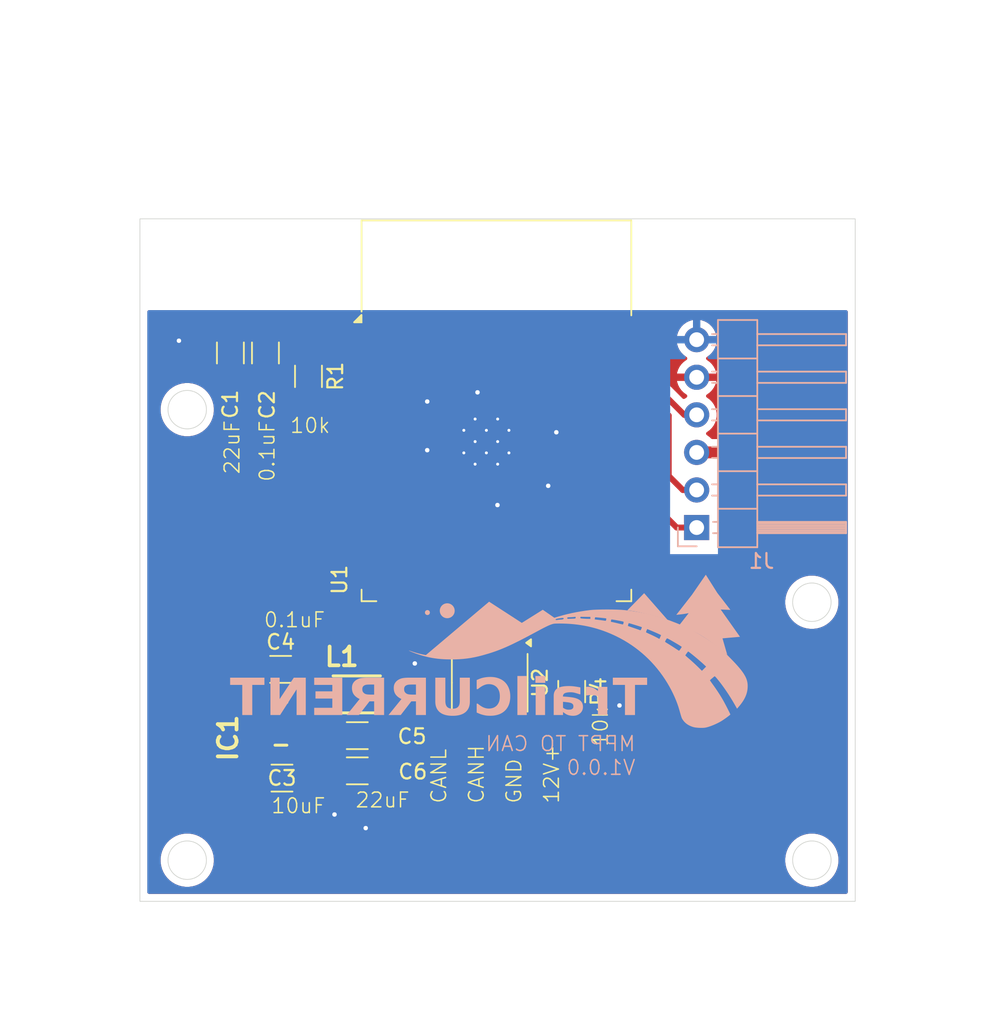
<source format=kicad_pcb>
(kicad_pcb (version 20241229) (generator "pcbnew") (generator_version "9.0")
  (layers (0 "F.Cu" signal) (2 "B.Cu" signal) (13 "F.Paste" user) (15 "B.Paste" user) (5 "F.SilkS" user "F.Silkscreen") (7 "B.SilkS" user "B.Silkscreen") (1 "F.Mask" user) (3 "B.Mask" user) (25 "Edge.Cuts" user))
  (net 0 "")
  (net 1 "+3.3V")
  (net 2 "GND")
  (net 3 "+12V")
  (net 4 "Net-(IC1-SW)")
  (net 5 "Net-(IC1-BST)")
  (net 6 "ESP32_TX")
  (net 7 "EN")
  (net 8 "IO0")
  (net 9 "ESP32_RX")
  (net 10 "CANL")
  (net 11 "CANH")
  (net 12 "Net-(U2-Rs)")
  (net 13 "CAN_RX")
  (net 14 "CAN_TX")
  (footprint "Capacitor_SMD:C_1206_3216Metric_Pad1.33x1.80mm_HandSolder" (layer "F.Cu") (at 132.87 106.06 180)
    (property "Reference" "C5")
    (property "Value" "22uF")
  )
  (footprint "CustomLibraries:CAN_PLUS_POWER" (layer "F.Cu") (at 151.086 115.7965 90)
    (property "Reference" "J2" (hide yes))
    (property "Value" "Conn_01x04" (hide yes))
  )
  (footprint "Package_SO:SOIC-8_3.9x4.9mm_P1.27mm" (layer "F.Cu") (at 141.825 102.485 -90)
    (property "Reference" "U2")
    (property "Value" "SN65HVD230")
  )
  (footprint "Resistor_SMD:R_1206_3216Metric_Pad1.30x1.75mm_HandSolder" (layer "F.Cu") (at 147.37 103.08 -90)
    (property "Reference" "R4")
    (property "Value" "10k")
  )
  (footprint "Capacitor_SMD:C_1206_3216Metric" (layer "F.Cu") (at 127.7775 108.93)
    (property "Reference" "C3")
    (property "Value" "10uF")
  )
  (footprint "Capacitor_SMD:C_1206_3216Metric" (layer "F.Cu") (at 127.6875 101.58)
    (property "Reference" "C4")
    (property "Value" "100nF")
  )
  (footprint "CustomLibraries:AP63203WU7" (layer "F.Cu") (at 127.7075 105.254 -90)
    (property "Reference" "IC1")
    (property "Value" "AP63203WU-7" (hide yes))
  )
  (footprint "Capacitor_SMD:C_1206_3216Metric_Pad1.33x1.80mm_HandSolder" (layer "F.Cu") (at 132.87 108.44 180)
    (property "Reference" "C6")
    (property "Value" "22uF")
  )
  (footprint "Capacitor_SMD:C_1206_3216Metric_Pad1.33x1.80mm_HandSolder" (layer "F.Cu") (at 124.29 80.1875 90)
    (property "Reference" "C1")
    (property "Value" "22uF")
  )
  (footprint "RF_Module:ESP32-WROOM-32" (layer "F.Cu") (at 142.28 87.09)
    (property "Reference" "U1")
    (property "Value" "ESP32-WROOM-32")
  )
  (footprint "Resistor_SMD:R_1206_3216Metric_Pad1.30x1.75mm_HandSolder" (layer "F.Cu") (at 129.57 81.77 -90)
    (property "Reference" "R1")
    (property "Value" "10k")
  )
  (footprint "Inductor_SMD:NLV32T-3R9J-EF" (layer "F.Cu") (at 132.8325 103.27)
    (property "Reference" "L1")
    (property "Value" "NLV32T-3R9J-EF (3.9uH)" (hide yes))
  )
  (footprint "Capacitor_SMD:C_1206_3216Metric_Pad1.33x1.80mm_HandSolder" (layer "F.Cu") (at 126.66 80.1875 90)
    (property "Reference" "C2")
    (property "Value" "0.1uF")
  )
  (footprint "Connector_PinHeader_2.54mm:PinHeader_1x06_P2.54mm_Horizontal" (layer "B.Cu") (at 155.82 91.99)
    (property "Reference" "J1")
    (property "Value" "Conn_01x06")
  )
  (gr_poly (pts (xy 139.80215 103.716186) (xy 139.801701 103.748537) (xy 139.800357 103.77984) (xy 139.798116 103.810097) (xy 139.794979 103.839306) (xy 139.790946 103.867468) (xy 139.786017 103.894582) (xy 139.780191 103.92065) (xy 139.773469 103.94567) (xy 139.765851 103.969643) (xy 139.757336 103.992569) (xy 139.747926 104.014448) (xy 139.737619 104.035279) (xy 139.726416 104.055064) (xy 139.714317 104.073801) (xy 139.701322 104.091491) (xy 139.68743 104.108133) (xy 139.672532 104.123748) (xy 139.656518 104.138356) (xy 139.639386 104.151957) (xy 139.621138 104.164549) (xy 139.601772 104.176135) (xy 139.58129 104.186713) (xy 139.559691 104.196283) (xy 139.536975 104.204846) (xy 139.513143 104.212402) (xy 139.488193 104.21895) (xy 139.462127 104.224491) (xy 139.434944 104.229024) (xy 139.406644 104.23255) (xy 139.377227 104.235068) (xy 139.346694 104.23658) (xy 139.315043 104.237083) (xy 139.283813 104.236599) (xy 139.253658 104.235148) (xy 139.224579 104.232729) (xy 139.196575 104.229342) (xy 139.169646 104.224988) (xy 139.143794 104.219665) (xy 139.119016 104.213376) (xy 139.095314 104.206118) (xy 139.072688 104.197893) (xy 139.051137 104.1887) (xy 139.030662 104.17854) (xy 139.011262 104.167412) (xy 138.992938 104.155316) (xy 138.975689 104.142252) (xy 138.959516 104.128221) (xy 138.944419 104.113222) (xy 138.9301 104.097156) (xy 138.916705 104.079923) (xy 138.904233 104.061524) (xy 138.892686 104.041959) (xy 138.882062 104.021227) (xy 138.872362 103.999328) (xy 138.863586 103.976263) (xy 138.855733 103.952032) (xy 138.848805 103.926634) (xy 138.8428 103.900069) (xy 138.837719 103.872338) (xy 138.833561 103.84344) (xy 138.830328 103.813376) (xy 138.828018 103.782145) (xy 138.826633 103.749748) (xy 138.826171 103.716184) (xy 138.826171 102.139919) (xy 138.144927 102.139919) (xy 138.144931 103.751818) (xy 138.146089 103.8095) (xy 138.149563 103.865472) (xy 138.155354 103.919734) (xy 138.163462 103.972287) (xy 138.173885 104.023129) (xy 138.186625 104.072262) (xy 138.201682 104.119684) (xy 138.219055 104.165397) (xy 138.238744 104.209399) (xy 138.260749 104.251692) (xy 138.285071 104.292274) (xy 138.31171 104.331147) (xy 138.340665 104.36831) (xy 138.371936 104.403762) (xy 138.405524 104.437505) (xy 138.441428 104.469538) (xy 138.479587 104.499741) (xy 138.519938 104.527995) (xy 138.562481 104.554301) (xy 138.607216 104.578658) (xy 138.654144 104.601067) (xy 138.703265 104.621527) (xy 138.754577 104.640039) (xy 138.808082 104.656602) (xy 138.863779 104.671217) (xy 138.921669 104.683883) (xy 138.98175 104.6946) (xy 139.044024 104.703369) (xy 139.108491 104.710189) (xy 139.175149 104.715061) (xy 139.244 104.717983) (xy 139.315043 104.718958) (xy 139.386086 104.717983) (xy 139.454937 104.715061) (xy 139.521595 104.710189) (xy 139.586062 104.703369) (xy 139.648335 104.6946) (xy 139.708417 104.683883) (xy 139.766306 104.671217) (xy 139.822003 104.656602) (xy 139.875507 104.640039) (xy 139.926819 104.621527) (xy 139.975939 104.601067) (xy 140.022867 104.578658) (xy 140.067602 104.554301) (xy 140.110145 104.527995) (xy 140.150496 104.499741) (xy 140.188655 104.469538) (xy 140.224345 104.437512) (xy 140.257734 104.403789) (xy 140.288819 104.368369) (xy 140.317602 104.331253) (xy 140.344082 104.29244) (xy 140.368259 104.251931) (xy 140.390134 104.209724) (xy 140.409706 104.165821) (xy 140.426976 104.120222) (xy 140.441943 104.072925) (xy 140.454607 104.023932) (xy 140.464969 103.973242) (xy 140.473028 103.920855) (xy 140.478784 103.866772) (xy 140.482238 103.810992) (xy 140.48339 103.753515) (xy 140.48339 102.139919) (xy 139.80215 102.139919)) (stroke (width -0.000001)) (fill yes) (layer "B.SilkS"))
  (gr_poly (pts (xy 124.271239 102.62858) (xy 125.091906 102.62858) (xy 125.091906 104.666359) (xy 125.769618 104.666359) (xy 125.769618 102.62858) (xy 126.590285 102.62858) (xy 126.590285 102.139919) (xy 124.271239 102.139919)) (stroke (width -0.000001)) (fill yes) (layer "B.SilkS"))
  (gr_poly (pts (xy 136.317535 102.140317) (xy 136.262355 102.14151) (xy 136.209216 102.143498) (xy 136.158118 102.146282) (xy 136.10906 102.149861) (xy 136.062043 102.154236) (xy 136.017067 102.159406) (xy 135.974131 102.165371) (xy 135.953256 102.168784) (xy 135.932546 102.172662) (xy 135.912001 102.177003) (xy 135.891622 102.181808) (xy 135.871408 102.187077) (xy 135.85136 102.19281) (xy 135.831477 102.199007) (xy 135.81176 102.205668) (xy 135.792209 102.212793) (xy 135.772823 102.220382) (xy 135.753602 102.228435) (xy 135.734547 102.236951) (xy 135.715658 102.245932) (xy 135.696934 102.255377) (xy 135.678376 102.265285) (xy 135.659983 102.275658) (xy 135.641693 102.286461) (xy 135.623886 102.297662) (xy 135.606561 102.309261) (xy 135.589718 102.321258) (xy 135.573358 102.333652) (xy 135.557481 102.346444) (xy 135.542087 102.359633) (xy 135.527175 102.37322) (xy 135.512745 102.387205) (xy 135.498799 102.401588) (xy 135.485335 102.416368) (xy 135.472353 102.431546) (xy 135.459854 102.447122) (xy 135.447838 102.463095) (xy 135.436305 102.479466) (xy 135.425254 102.496235) (xy 135.414568 102.513262) (xy 135.404571 102.530832) (xy 135.395264 102.548946) (xy 135.386646 102.567604) (xy 135.378718 102.586805) (xy 135.371479 102.606549) (xy 135.36493 102.626837) (xy 135.35907 102.647668) (xy 135.353899 102.669043) (xy 135.349418 102.690962) (xy 135.345626 102.713424) (xy 135.342524 102.736429) (xy 135.340111 102.759978) (xy 135.338387 102.78407) (xy 135.337353 102.808706) (xy 135.337008 102.833885) (xy 135.337539 102.868476) (xy 135.339132 102.902258) (xy 135.341786 102.935231) (xy 135.345502 102.967396) (xy 135.35028 102.998753) (xy 135.356119 103.029301) (xy 135.36302 103.05904) (xy 135.370983 103.087971) (xy 135.380007 103.116093) (xy 135.390094 103.143406) (xy 135.401242 103.169911) (xy 135.413451 103.195607) (xy 135.426723 103.220495) (xy 135.441056 103.244574) (xy 135.45645 103.267844) (xy 135.472907 103.290306) (xy 135.490128 103.312132) (xy 135.508259 103.333493) (xy 135.527301 103.354391) (xy 135.547252 103.374825) (xy 135.568113 103.394795) (xy 135.589885 103.4143) (xy 135.612566 103.433342) (xy 135.636157 103.45192) (xy 135.660659 103.470034) (xy 135.68607 103.487684) (xy 135.712392 103.50487) (xy 135.739623 103.521592) (xy 135.767765 103.53785) (xy 135.796816 103.553644) (xy 135.826778 103.568975) (xy 135.85765 103.583841) (xy 134.980506 104.666359) (xy 135.80823 104.666359) (xy 136.524772 103.73994) (xy 136.837153 103.73994) (xy 136.837153 104.666359) (xy 137.511336 104.666359) (xy 137.511336 103.285215) (xy 136.837153 103.285215) (xy 136.628901 103.285215) (xy 136.589136 103.284977) (xy 136.551026 103.284261) (xy 136.51457 103.283068) (xy 136.479768 103.281397) (xy 136.446621 103.27925) (xy 136.415129 103.276625) (xy 136.385291 103.273523) (xy 136.357108 103.269943) (xy 136.343569 103.267882) (xy 136.330305 103.265516) (xy 136.317317 103.262845) (xy 136.304605 103.259869) (xy 136.292168 103.256589) (xy 136.280007 103.253003) (xy 136.268122 103.249113) (xy 136.256512 103.244918) (xy 136.245178 103.240417) (xy 136.23412 103.235612) (xy 136.223337 103.230502) (xy 136.21283 103.225087) (xy 136.202599 103.219367) (xy 136.192644 103.213343) (xy 136.182964 103.207013) (xy 136.17356 103.200378) (xy 136.164888 103.193764) (xy 136.156518 103.187069) (xy 136.148453 103.180295) (xy 136.14069 103.173442) (xy 136.133231 103.166509) (xy 136.126076 103.159497) (xy 136.119223 103.152405) (xy 136.112674 103.145234) (xy 136.106428 103.137983) (xy 136.100486 103.130652) (xy 136.094847 103.123243) (xy 136.089511 103.115753) (xy 136.084478 103.108184) (xy 136.079749 103.100536) (xy 136.075323 103.092808) (xy 136.0712 103.085001) (xy 136.06714 103.076776) (xy 136.063341 103.068219) (xy 136.059805 103.059331) (xy 136.05653 103.050112) (xy 136.053518 103.040561) (xy 136.050767 103.030679) (xy 136.048278 103.020465) (xy 136.046052 103.00992) (xy 136.044087 102.999044) (xy 136.042384 102.987836) (xy 136.040944 102.976297) (xy 136.039765 102.964426) (xy 136.038848 102.952224) (xy 136.038193 102.939691) (xy 136.0378 102.926826) (xy 136.037669 102.913629) (xy 136.037828 102.901859) (xy 136.038303 102.8903) (xy 136.039096 102.878953) (xy 136.040206 102.867818) (xy 136.041633 102.856896) (xy 136.043377 102.846185) (xy 136.045439 102.835687) (xy 136.047817 102.8254) (xy 136.050513 102.815326) (xy 136.053525 102.805464) (xy 136.056855 102.795813) (xy 136.060502 102.786375) (xy 136.064466 102.777149) (xy 136.068747 102.768135) (xy 136.073346 102.759333) (xy 136.078261 102.750744) (xy 136.083563 102.742373) (xy 136.089319 102.734227) (xy 136.095531 102.726307) (xy 136.102197 102.718612) (xy 136.109319 102.711142) (xy 136.116895 102.703898) (xy 136.124927 102.696879) (xy 136.133413 102.690086) (xy 136.142355 102.683517) (xy 136.151751 102.677174) (xy 136.161602 102.671057) (xy 136.171909 102.665164) (xy 136.18267 102.659497) (xy 136.193887 102.654056) (xy 136.205558 102.648839) (xy 136.217685 102.643848) (xy 136.226378 102.640541) (xy 136.235251 102.637406) (xy 136.244303 102.634443) (xy 136.253534 102.631653) (xy 136.262944 102.629035) (xy 136.272534 102.626589) (xy 136.282303 102.624316) (xy 136.292251 102.622215) (xy 136.302378 102.620286) (xy 136.312685 102.61853) (xy 136.333835 102.615534) (xy 136.355703 102.613227) (xy 136.378287 102.61161) (xy 136.4017 102.61002) (xy 136.42605 102.608641) (xy 136.477562 102.606521) (xy 136.532825 102.605248) (xy 136.591838 102.604824) (xy 136.837153 102.604824) (xy 136.837153 103.285215) (xy 137.511336 103.285215) (xy 137.511336 102.139919) (xy 136.374755 102.139919)) (stroke (width -0.000001)) (fill yes) (layer "B.SilkS"))
  (gr_poly (pts (xy 150.151385 102.628578) (xy 150.972054 102.628578) (xy 150.972054 104.666357) (xy 151.649767 104.666357) (xy 151.649767 102.628578) (xy 152.470434 102.628578) (xy 152.470434 102.139919) (xy 150.151385 102.139919)) (stroke (width -0.000001)) (fill yes) (layer "B.SilkS"))
  (gr_poly (pts (xy 144.932647 104.666357) (xy 145.568002 104.666357) (xy 145.568002 102.760923) (xy 144.932647 102.760923)) (stroke (width -0.000001)) (fill yes) (layer "B.SilkS"))
  (gr_poly (pts (xy 151.12929 97.588515) (xy 151.305037 97.61022) (xy 151.45856 97.630853) (xy 151.532438 97.641719) (xy 151.597042 97.65223) (xy 151.705683 97.671928) (xy 151.814084 97.692919) (xy 152.030269 97.738115) (xy 152.2458 97.7865) (xy 152.460879 97.836757) (xy 152.656354 97.883636) (xy 152.851391 97.932368) (xy 153.045748 97.983671) (xy 153.239184 98.038261) (xy 153.424177 98.095766) (xy 153.627603 98.16268) (xy 153.859438 98.241255) (xy 152.268616 96.428098)) (stroke (width -0.000001)) (fill yes) (layer "B.SilkS"))
  (gr_poly (pts (xy 149.418441 97.532195) (xy 149.095743 97.540068) (xy 148.815908 97.553247) (xy 148.599517 97.571738) (xy 148.287722 97.612391) (xy 147.979727 97.65979) (xy 147.675474 97.713954) (xy 147.374904 97.774902) (xy 147.077958 97.842652) (xy 146.784576 97.917224) (xy 146.4947 97.998638) (xy 146.20827 98.086911) (xy 145.925228 98.182062) (xy 145.645514 98.284112) (xy 145.36907 98.393079) (xy 145.095837 98.508982) (xy 144.825755 98.631839) (xy 144.558765 98.761671) (xy 144.294809 98.898495) (xy 144.033828 99.042332) (xy 143.728742 99.212061) (xy 143.427615 99.372539) (xy 143.130362 99.523799) (xy 142.836896 99.665871) (xy 142.54713 99.798787) (xy 142.260978 99.922579) (xy 141.978354 100.037277) (xy 141.699171 100.142915) (xy 141.423343 100.239522) (xy 141.150783 100.32713) (xy 140.881406 100.405772) (xy 140.615124 100.475478) (xy 140.351851 100.53628) (xy 140.091501 100.58821) (xy 139.833988 100.631298) (xy 139.579224 100.665577) (xy 139.382275 100.68614) (xy 139.185547 100.70138) (xy 138.989224 100.711313) (xy 138.793489 100.715959) (xy 138.598525 100.715336) (xy 138.404516 100.709461) (xy 138.211646 100.698353) (xy 138.020096 100.68203) (xy 137.830052 100.66051) (xy 137.641696 100.633812) (xy 137.455212 100.601954) (xy 137.270782 100.564953) (xy 137.088591 100.522829) (xy 136.908821 100.475598) (xy 136.731657 100.42328) (xy 136.55728 100.365892) (xy 136.517785 100.352424) (xy 136.480629 100.340171) (xy 136.446647 100.329378) (xy 136.416674 100.320292) (xy 136.391546 100.313158) (xy 136.372099 100.308222) (xy 136.359167 100.30573) (xy 136.355406 100.305478) (xy 136.353587 100.305929) (xy 136.353555 100.307157) (xy 136.355212 100.309021) (xy 136.363305 100.314531) (xy 136.377294 100.322216) (xy 136.396603 100.331833) (xy 136.448887 100.355892) (xy 136.515562 100.384762) (xy 136.592035 100.416497) (xy 136.673712 100.449154) (xy 136.755998 100.480787) (xy 136.8343 100.509451) (xy 137.128121 100.607693) (xy 137.271846 100.651035) (xy 137.414147 100.690641) (xy 137.555547 100.7266) (xy 137.696573 100.758999) (xy 137.837747 100.787927) (xy 137.979594 100.81347) (xy 138.122639 100.835718) (xy 138.267405 100.854758) (xy 138.414418 100.870679) (xy 138.564202 100.883567) (xy 138.71728 100.893511) (xy 138.874178 100.9006) (xy 139.201529 100.906561) (xy 139.493062 100.903383) (xy 139.769258 100.892318) (xy 140.034228 100.872835) (xy 140.292081 100.8444) (xy 140.546927 100.806483) (xy 140.802878 100.758552) (xy 141.064041 100.700075) (xy 141.334529 100.63052) (xy 141.744818 100.512422) (xy 141.942205 100.450171) (xy 142.137134 100.384596) (xy 142.33164 100.314805) (xy 142.527759 100.239909) (xy 142.727525 100.159014) (xy 142.932973 100.071229) (xy 143.14614 99.975664) (xy 143.36906 99.871427) (xy 143.8523 99.63337) (xy 144.398975 99.349928) (xy 145.025367 99.013969) (xy 145.25528 98.890404) (xy 145.454148 98.786336) (xy 145.625025 98.700374) (xy 145.770963 98.631124) (xy 145.895015 98.577193) (xy 146.000232 98.537189) (xy 146.089668 98.50972) (xy 146.129422 98.50025) (xy 146.166375 98.493391) (xy 146.206638 98.488742) (xy 146.261589 98.484999) (xy 146.329644 98.482188) (xy 146.409218 98.480335) (xy 146.498727 98.479466) (xy 146.596585 98.479605) (xy 146.701208 98.480778) (xy 146.811011 98.483011) (xy 147.051518 98.49196) (xy 147.2894 98.506841) (xy 147.524766 98.527683) (xy 147.757728 98.554511) (xy 147.988394 98.587353) (xy 148.216875 98.626234) (xy 148.443281 98.671183) (xy 148.667722 98.722224) (xy 148.890309 98.779385) (xy 149.111151 98.842693) (xy 149.330358 98.912174) (xy 149.548042 98.987855) (xy 149.764311 99.069763) (xy 149.979275 99.157924) (xy 150.193046 99.252364) (xy 150.405733 99.353111) (xy 150.670348 99.4886) (xy 150.928927 99.632898) (xy 151.181334 99.785881) (xy 151.427436 99.947426) (xy 151.667097 100.11741) (xy 151.900183 100.295708) (xy 152.126559 100.482196) (xy 152.346091 100.676752) (xy 152.558644 100.87925) (xy 152.764083 101.089569) (xy 152.962275 101.307583) (xy 153.153083 101.533169) (xy 153.336374 101.766204) (xy 153.512012 102.006563) (xy 153.679864 102.254123) (xy 153.839795 102.50876) (xy 153.970688 102.733426) (xy 154.094666 102.962248) (xy 154.210872 103.193311) (xy 154.318454 103.424699) (xy 154.416556 103.654497) (xy 154.504325 103.88079) (xy 154.580905 104.101661) (xy 154.645444 104.315195) (xy 154.73731 104.640733) (xy 154.769633 104.747468) (xy 154.796638 104.827023) (xy 154.809026 104.858992) (xy 154.821141 104.887028) (xy 154.833334 104.912084) (xy 154.845959 104.935115) (xy 154.873909 104.978916) (xy 154.907807 105.026062) (xy 154.937718 105.065005) (xy 154.968924 105.102306) (xy 155.001487 105.138003) (xy 155.035465 105.172138) (xy 155.070922 105.204752) (xy 155.107916 105.235886) (xy 155.146509 105.26558) (xy 155.186761 105.293875) (xy 155.228733 105.320812) (xy 155.272487 105.346431) (xy 155.318081 105.370774) (xy 155.365578 105.393881) (xy 155.415038 105.415793) (xy 155.466522 105.43655) (xy 155.52009 105.456194) (xy 155.575803 105.474766) (xy 155.612171 105.484961) (xy 155.654094 105.494336) (xy 155.700825 105.502852) (xy 155.751619 105.510469) (xy 155.80573 105.517149) (xy 155.86241 105.522854) (xy 155.980498 105.531184) (xy 156.099913 105.535148) (xy 156.214688 105.534438) (xy 156.26847 105.532234) (xy 156.318853 105.528746) (xy 156.365092 105.523934) (xy 156.40644 105.517761) (xy 156.406439 105.517757) (xy 156.406439 105.517752) (xy 156.406439 105.517742) (xy 156.406438 105.517731) (xy 156.406438 105.517726) (xy 156.406438 105.517721) (xy 156.464669 105.505922) (xy 156.527612 105.490478) (xy 156.594628 105.471656) (xy 156.665077 105.449724) (xy 156.738322 105.424949) (xy 156.813724 105.397597) (xy 156.968445 105.336233) (xy 157.124131 105.267768) (xy 157.275675 105.194339) (xy 157.348297 105.156431) (xy 157.417968 105.118083) (xy 157.484049 105.079562) (xy 157.545901 105.041136) (xy 157.635232 104.982158) (xy 157.728521 104.917946) (xy 157.820879 104.852165) (xy 157.907413 104.788479) (xy 157.983232 104.730551) (xy 158.043444 104.682045) (xy 158.083158 104.646626) (xy 158.0938 104.634969) (xy 158.097483 104.627958) (xy 158.094087 104.615775) (xy 158.084319 104.591745) (xy 158.048182 104.513115) (xy 157.994108 104.402006) (xy 157.92713 104.268355) (xy 157.852285 104.122099) (xy 157.774607 103.973175) (xy 157.699131 103.83152) (xy 157.630892 103.707071) (xy 157.558326 103.580486) (xy 157.4782 103.446468) (xy 157.391838 103.30706) (xy 157.300565 103.1643) (xy 157.205703 103.020231) (xy 157.108579 102.876893) (xy 157.010516 102.736327) (xy 156.912838 102.600572) (xy 156.837962 102.496874) (xy 156.776646 102.409408) (xy 156.75305 102.37464) (xy 156.735216 102.347382) (xy 156.723936 102.328785) (xy 156.721001 102.323094) (xy 156.72 102.32) (xy 156.720167 102.318991) (xy 156.720663 102.317719) (xy 156.721479 102.316192) (xy 156.722607 102.314416) (xy 156.725768 102.310153) (xy 156.73008 102.304995) (xy 156.735478 102.299004) (xy 156.741895 102.292243) (xy 156.749266 102.284777) (xy 156.757527 102.276669) (xy 156.766611 102.267981) (xy 156.776452 102.258779) (xy 156.786986 102.249124) (xy 156.798147 102.23908) (xy 156.80987 102.228712) (xy 156.822088 102.218081) (xy 156.834737 102.207253) (xy 156.84775 102.196289) (xy 157.011378 102.059561) (xy 157.014314 102.057226) (xy 157.017222 102.055172) (xy 157.020125 102.053418) (xy 157.023045 102.051981) (xy 157.026004 102.05088) (xy 157.029024 102.050132) (xy 157.032128 102.049756) (xy 157.035338 102.049768) (xy 157.038676 102.050189) (xy 157.042165 102.051034) (xy 157.045826 102.052323) (xy 157.049682 102.054073) (xy 157.053755 102.056302) (xy 157.058068 102.059028) (xy 157.062642 102.06227) (xy 157.0675 102.066044) (xy 157.072665 102.07037) (xy 157.078157 102.075265) (xy 157.084001 102.080747) (xy 157.090217 102.086834) (xy 157.096828 102.093544) (xy 157.103856 102.100895) (xy 157.111324 102.108904) (xy 157.119254 102.117591) (xy 157.136589 102.137068) (xy 157.156037 102.159468) (xy 157.177778 102.184935) (xy 157.201989 102.213613) (xy 157.343357 102.387331) (xy 157.490279 102.578411) (xy 157.640376 102.783386) (xy 157.79127 102.99879) (xy 157.940583 103.221154) (xy 158.085939 103.447011) (xy 158.224958 103.672895) (xy 158.355263 103.895336) (xy 158.550432 104.237728) (xy 158.636089 104.139726) (xy 158.711442 104.051358) (xy 158.781578 103.964588) (xy 158.84659 103.879223) (xy 158.906569 103.795067) (xy 158.961608 103.711925) (xy 159.011799 103.629604) (xy 159.057236 103.547908) (xy 159.098009 103.466642) (xy 159.134211 103.385613) (xy 159.165935 103.304624) (xy 159.193273 103.223482) (xy 159.216318 103.141992) (xy 159.235161 103.059959) (xy 159.249896 102.977188) (xy 159.260614 102.893485) (xy 159.267407 102.808655) (xy 159.270382 102.700193) (xy 159.26634 102.594735) (xy 159.261495 102.542806) (xy 159.254663 102.491237) (xy 159.245768 102.439897) (xy 159.234732 102.388656) (xy 159.221477 102.337383) (xy 159.205927 102.285949) (xy 159.188004 102.234223) (xy 159.16763 102.182074) (xy 159.144729 102.129372) (xy 159.119222 102.075986) (xy 159.060084 101.966643) (xy 158.989596 101.853003) (xy 158.907139 101.734021) (xy 158.812096 101.608655) (xy 158.703846 101.475861) (xy 158.630617 101.391121) (xy 156.458871 101.391121) (xy 156.317914 101.533342) (xy 156.218077 101.633786) (xy 156.175983 101.675564) (xy 156.152831 101.653212) (xy 156.090516 101.592353) (xy 155.886399 101.392292) (xy 155.82287 101.330682) (xy 155.75287 101.264109) (xy 155.602653 101.124501) (xy 155.454144 100.990327) (xy 155.386279 100.930548) (xy 155.32574 100.87845) (xy 155.220108 100.787711) (xy 155.133605 100.711096) (xy 155.100316 100.680606) (xy 155.075157 100.656674) (xy 155.059243 100.640307) (xy 155.055102 100.635276) (xy 155.053691 100.632515) (xy 155.055431 100.627795) (xy 155.060383 100.618871) (xy 155.078299 100.590687) (xy 155.1042 100.55251) (xy 155.134844 100.508888) (xy 155.166994 100.46437) (xy 155.197408 100.423501) (xy 155.222846 100.390831) (xy 155.232687 100.378991) (xy 155.240069 100.370907) (xy 155.243981 100.370841) (xy 155.251857 100.374248) (xy 155.278679 100.390805) (xy 155.31888 100.419216) (xy 155.370806 100.458119) (xy 155.503213 100.561959) (xy 155.662663 100.691437) (xy 155.83592 100.835662) (xy 156.009747 100.983746) (xy 156.170907 101.124799) (xy 156.306164 101.247932) (xy 156.458871 101.391121) (xy 158.630617 101.391121) (xy 158.581771 101.334597) (xy 158.445251 101.18382) (xy 158.293668 101.022486) (xy 158.126403 100.849552) (xy 157.893067 100.611921) (xy 157.813095 100.532) (xy 157.748178 100.469167) (xy 157.691258 100.416794) (xy 157.635278 100.368252) (xy 157.573182 100.316909) (xy 157.497911 100.256138) (xy 157.311174 100.105295) (xy 157.252987 100.060123) (xy 154.809298 100.060123) (xy 154.808831 100.062993) (xy 154.807468 100.067012) (xy 154.802277 100.07817) (xy 154.794176 100.092949) (xy 154.783615 100.1107) (xy 154.756919 100.152525) (xy 154.725794 100.198455) (xy 154.693845 100.243302) (xy 154.664678 100.281877) (xy 154.652265 100.297191) (xy 154.641898 100.308992) (xy 154.63403 100.316629) (xy 154.631173 100.318685) (xy 154.62911 100.319456) (xy 154.626243 100.318562) (xy 154.620542 100.315755) (xy 154.601249 100.304793) (xy 154.572462 100.287348) (xy 154.535412 100.264199) (xy 154.491327 100.236123) (xy 154.44144 100.203898) (xy 154.386979 100.168302) (xy 154.329175 100.130113) (xy 154.204312 100.048187) (xy 154.076041 99.965711) (xy 153.959441 99.892288) (xy 153.869592 99.837517) (xy 153.83457 99.816574) (xy 153.801456 99.796321) (xy 153.771005 99.777252) (xy 153.743974 99.759861) (xy 153.72112 99.744643) (xy 153.703198 99.732092) (xy 153.690966 99.722702) (xy 153.687219 99.719347) (xy 153.685179 99.716968) (xy 153.684388 99.714653) (xy 153.684246 99.711397) (xy 153.68472 99.707261) (xy 153.685775 99.702309) (xy 153.68949 99.690204) (xy 153.695118 99.675582) (xy 153.702385 99.658941) (xy 153.711017 99.640782) (xy 153.72074 99.621603) (xy 153.731281 99.601904) (xy 153.742364 99.582185) (xy 153.753717 99.562944) (xy 153.765065 99.544681) (xy 153.776135 99.527896) (xy 153.786652 99.513087) (xy 153.796342 99.500755) (xy 153.804932 99.491398) (xy 153.808729 99.487991) (xy 153.812148 99.485515) (xy 153.814559 99.484559) (xy 153.817793 99.484195) (xy 153.821889 99.484446) (xy 153.826891 99.485334) (xy 153.83284 99.486883) (xy 153.839777 99.489114) (xy 153.856784 99.495717) (xy 153.878246 99.505323) (xy 153.904497 99.518113) (xy 153.93587 99.534269) (xy 153.972699 99.553973) (xy 154.015319 99.577404) (xy 154.064062 99.604746) (xy 154.181254 99.671881) (xy 154.326946 99.756829) (xy 154.503808 99.861038) (xy 154.565175 99.897701) (xy 154.622424 99.932633) (xy 154.674304 99.965016) (xy 154.719561 99.994034) (xy 154.756941 100.01887) (xy 154.785193 100.038708) (xy 154.803063 100.052732) (xy 154.807713 100.057307) (xy 154.809298 100.060123) (xy 157.252987 100.060123) (xy 157.124974 99.960743) (xy 156.938141 99.821664) (xy 156.749504 99.687243) (xy 156.557892 99.556663) (xy 156.362135 99.429109) (xy 156.161061 99.303765) (xy 156.097761 99.265964) (xy 153.409598 99.265964) (xy 153.409315 99.267507) (xy 153.408484 99.270262) (xy 153.40529 99.279142) (xy 153.400241 99.292062) (xy 153.39356 99.308479) (xy 153.385472 99.32785) (xy 153.3762 99.349633) (xy 153.365968 99.373286) (xy 153.355 99.398266) (xy 153.300402 99.521721) (xy 153.116163 99.422426) (xy 153.073938 99.400144) (xy 153.024465 99.374842) (xy 152.91099 99.318686) (xy 152.790166 99.260969) (xy 152.676422 99.208704) (xy 152.575839 99.16297) (xy 152.49085 99.123036) (xy 152.430411 99.093198) (xy 152.412196 99.083408) (xy 152.403477 99.077753) (xy 152.402641 99.07677) (xy 152.401931 99.075532) (xy 152.401344 99.074045) (xy 152.40088 99.072318) (xy 152.400536 99.070359) (xy 152.400311 99.068174) (xy 152.400209 99.06316) (xy 152.400562 99.057338) (xy 152.401355 99.05077) (xy 152.402575 99.043517) (xy 152.404206 99.035641) (xy 152.406237 99.027204) (xy 152.408653 99.018267) (xy 152.411439 99.008892) (xy 152.414583 98.99914) (xy 152.418071 98.989074) (xy 152.421888 98.978753) (xy 152.42602 98.968242) (xy 152.430455 98.9576) (xy 152.474876 98.853968) (xy 152.581203 98.8964) (xy 152.85234 99.008471) (xy 153.121356 99.125522) (xy 153.327395 99.220403) (xy 153.387779 99.251045) (xy 153.403985 99.260682) (xy 153.409598 99.265964) (xy 156.097761 99.265964) (xy 155.9535 99.179815) (xy 155.854578 99.122334) (xy 155.765938 99.071422) (xy 155.697328 99.03249) (xy 155.658496 99.010948) (xy 155.441576 98.894586) (xy 155.372843 98.859093) (xy 155.283076 98.815079) (xy 155.108471 98.730373) (xy 152.112835 98.730373) (xy 152.112716 98.733981) (xy 152.112149 98.738497) (xy 152.111153 98.743864) (xy 152.109744 98.750021) (xy 152.107942 98.756909) (xy 152.105762 98.764469) (xy 152.103225 98.77264) (xy 152.100346 98.781365) (xy 152.097144 98.790583) (xy 152.093638 98.800235) (xy 152.089844 98.810262) (xy 152.08578 98.820604) (xy 152.081465 98.831201) (xy 152.076916 98.841995) (xy 152.07031 98.857152) (xy 152.064126 98.870771) (xy 152.058314 98.882907) (xy 152.05282 98.893614) (xy 152.047595 98.902947) (xy 152.042586 98.910959) (xy 152.037742 98.917706) (xy 152.03301 98.923241) (xy 152.02834 98.927619) (xy 152.026013 98.929391) (xy 152.023681 98.930895) (xy 152.021338 98.932136) (xy 152.018979 98.933122) (xy 152.016597 98.93386) (xy 152.014184 98.934356) (xy 152.011736 98.934617) (xy 152.009245 98.93465) (xy 152.006705 98.934461) (xy 152.004109 98.934059) (xy 151.998725 98.932637) (xy 151.993042 98.930439) (xy 151.977335 98.924318) (xy 151.947342 98.91337) (xy 151.85151 98.879448) (xy 151.719571 98.833586) (xy 151.565553 98.780697) (xy 151.28966 98.685981) (xy 151.172327 98.644691) (xy 151.172132 98.644401) (xy 151.172001 98.643868) (xy 151.17193 98.642103) (xy 151.172103 98.639446) (xy 151.17251 98.635948) (xy 151.17314 98.631658) (xy 151.173985 98.626628) (xy 151.176275 98.614545) (xy 151.1793 98.600102) (xy 151.182978 98.5837) (xy 151.18723 98.565741) (xy 151.191974 98.546629) (xy 151.195951 98.531244) (xy 151.19966 98.517648) (xy 151.203195 98.505752) (xy 151.206644 98.495466) (xy 151.210101 98.486698) (xy 151.213654 98.479359) (xy 151.215496 98.476197) (xy 151.217397 98.473358) (xy 151.219367 98.470831) (xy 151.221419 98.468605) (xy 151.223564 98.466668) (xy 151.225812 98.46501) (xy 151.228176 98.463618) (xy 151.230667 98.462482) (xy 151.233296 98.46159) (xy 151.236075 98.460931) (xy 151.239014 98.460494) (xy 151.242126 98.460267) (xy 151.248912 98.4604) (xy 151.256525 98.461238) (xy 151.265054 98.462692) (xy 151.274591 98.464672) (xy 151.335535 98.481009) (xy 151.441121 98.512061) (xy 151.721903 98.598219) (xy 151.988296 98.682966) (xy 152.075896 98.712255) (xy 152.111659 98.726124) (xy 152.112135 98.726797) (xy 152.112489 98.727734) (xy 152.112721 98.728929) (xy 152.112835 98.730373) (xy 155.108471 98.730373) (xy 155.060202 98.706957) (xy 154.970583 98.665029) (xy 154.884837 98.626499) (xy 154.794959 98.587851) (xy 154.692945 98.545566) (xy 154.420494 98.43602) (xy 154.292723 98.387197) (xy 150.879341 98.387197) (xy 150.87866 98.401793) (xy 150.876874 98.417793) (xy 150.874101 98.434686) (xy 150.870459 98.451965) (xy 150.866068 98.469118) (xy 150.861046 98.485637) (xy 150.855513 98.501013) (xy 150.849587 98.514735) (xy 150.843386 98.526295) (xy 150.840221 98.531104) (xy 150.837031 98.535182) (xy 150.833832 98.538465) (xy 150.830639 98.540888) (xy 150.827467 98.542389) (xy 150.82433 98.542904) (xy 150.813704 98.541347) (xy 150.791435 98.536885) (xy 150.717454 98.520497) (xy 150.613355 98.496244) (xy 150.490104 98.466627) (xy 150.361999 98.435948) (xy 150.244686 98.408802) (xy 150.15115 98.388134) (xy 150.094374 98.376888) (xy 150.080426 98.374562) (xy 150.068173 98.372345) (xy 150.057527 98.370129) (xy 150.0484 98.367805) (xy 150.044378 98.366569) (xy 150.040703 98.365265) (xy 150.037363 98.36388) (xy 150.034347 98.362401) (xy 150.031645 98.360814) (xy 150.029245 98.359104) (xy 150.027136 98.35726) (xy 150.025307 98.355267) (xy 150.023747 98.353111) (xy 150.022445 98.35078) (xy 150.02139 98.348259) (xy 150.02057 98.345535) (xy 150.019976 98.342595) (xy 150.019595 98.339424) (xy 150.019417 98.33601) (xy 150.01943 98.332339) (xy 150.019987 98.324171) (xy 150.021178 98.314812) (xy 150.022913 98.304154) (xy 150.025105 98.292087) (xy 150.028062 98.277439) (xy 150.031366 98.263156) (xy 150.034904 98.249595) (xy 150.038567 98.237114) (xy 150.042242 98.226069) (xy 150.045818 98.216816) (xy 150.047535 98.212974) (xy 150.049185 98.209713) (xy 150.050754 98.207079) (xy 150.05223 98.205116) (xy 150.062269 98.204346) (xy 150.086879 98.20656) (xy 150.172007 98.218531) (xy 150.292003 98.238201) (xy 150.431256 98.262741) (xy 150.574156 98.289323) (xy 150.705091 98.315118) (xy 150.808451 98.337298) (xy 150.868625 98.353035) (xy 150.871297 98.354517) (xy 150.873557 98.356923) (xy 150.875423 98.360189) (xy 150.876908 98.364252) (xy 150.878028 98.369048) (xy 150.878796 98.374513) (xy 150.879341 98.387197) (xy 154.292723 98.387197) (xy 153.985965 98.269981) (xy 153.690521 98.167642) (xy 149.708235 98.167642) (xy 149.708123 98.171909) (xy 149.70786 98.176414) (xy 149.707448 98.181155) (xy 149.706886 98.186137) (xy 149.706174 98.191358) (xy 149.705313 98.196822) (xy 149.704301 98.202529) (xy 149.701827 98.214677) (xy 149.698753 98.227816) (xy 149.695078 98.241954) (xy 149.690801 98.257104) (xy 149.685921 98.273275) (xy 149.685282 98.275131) (xy 149.684543 98.276904) (xy 149.683704 98.278592) (xy 149.682765 98.280196) (xy 149.681726 98.281717) (xy 149.680587 98.283154) (xy 149.679348 98.284507) (xy 149.678009 98.285776) (xy 149.676569 98.286961) (xy 149.67503 98.288063) (xy 149.67339 98.28908) (xy 149.671649 98.290014) (xy 149.669809 98.290864) (xy 149.667867 98.291631) (xy 149.665826 98.292313) (xy 149.663683 98.292912) (xy 149.661441 98.293428) (xy 149.659097 98.293859) (xy 149.656653 98.294207) (xy 149.654108 98.294471) (xy 149.651462 98.294652) (xy 149.648715 98.294749) (xy 149.645868 98.294762) (xy 149.642919 98.294692) (xy 149.639869 98.294538) (xy 149.636719 98.2943) (xy 149.633467 98.293979) (xy 149.630114 98.293574) (xy 149.62666 98.293086) (xy 149.623104 98.292514) (xy 149.619447 98.291859) (xy 149.615689 98.29112) (xy 149.597038 98.287827) (xy 149.567203 98.283224) (xy 149.480147 98.270932) (xy 149.366858 98.255927) (xy 149.239676 98.239891) (xy 148.924483 98.201124) (xy 148.937377 98.133175) (xy 148.940066 98.119399) (xy 148.942768 98.106301) (xy 148.945409 98.094186) (xy 148.947916 98.083358) (xy 148.950217 98.074122) (xy 148.952238 98.066781) (xy 148.953907 98.06164) (xy 148.954587 98.05999) (xy 148.955151 98.059004) (xy 148.964097 98.058348) (xy 148.987234 98.059285) (xy 149.068159 98.06516) (xy 149.313148 98.08749) (xy 149.563352 98.113596) (xy 149.650794 98.12419) (xy 149.692002 98.131079) (xy 149.694128 98.131962) (xy 149.696105 98.133062) (xy 149.697933 98.13438) (xy 149.699612 98.135916) (xy 149.701142 98.137672) (xy 149.702523 98.13965) (xy 149.703755 98.14185) (xy 149.704838 98.144275) (xy 149.705771 98.146926) (xy 149.706556 98.149803) (xy 149.70719 98.152909) (xy 149.707676 98.156244) (xy 149.708012 98.15981) (xy 149.708199 98.163609) (xy 149.708235 98.167642) (xy 153.690521 98.167642) (xy 153.561481 98.122944) (xy 153.266134 98.031904) (xy 148.632842 98.031904) (xy 148.632842 98.098556) (xy 148.632842 98.165209) (xy 148.460658 98.162304) (xy 148.380653 98.160091) (xy 148.290104 98.156211) (xy 148.200127 98.151212) (xy 148.12184 98.145641) (xy 148.12184 98.145637) (xy 148.068956 98.141061) (xy 148.047324 98.138907) (xy 148.028617 98.136726) (xy 148.012624 98.134429) (xy 147.999131 98.131928) (xy 147.987928 98.129135) (xy 147.978804 98.125962) (xy 147.971545 98.122321) (xy 147.96855 98.120297) (xy 147.965941 98.118124) (xy 147.963694 98.115789) (xy 147.96178 98.113283) (xy 147.960175 98.110593) (xy 147.958851 98.107709) (xy 147.956941 98.101316) (xy 147.955838 98.094014) (xy 147.955332 98.085716) (xy 147.955301 98.083332) (xy 147.633056 98.083332) (xy 147.632983 98.093387) (xy 147.632843 98.097949) (xy 147.632593 98.102217) (xy 147.632199 98.106202) (xy 147.631629 98.109915) (xy 147.630851 98.113369) (xy 147.629833 98.116573) (xy 147.628542 98.11954) (xy 147.626948 98.122281) (xy 147.625017 98.124808) (xy 147.622717 98.127133) (xy 147.620016 98.129266) (xy 147.616882 98.131218) (xy 147.613283 98.133003) (xy 147.609187 98.13463) (xy 147.604561 98.136112) (xy 147.599374 98.13746) (xy 147.593592 98.138685) (xy 147.587185 98.139799) (xy 147.580119 98.140814) (xy 147.572364 98.14174) (xy 147.563885 98.14259) (xy 147.554652 98.143374) (xy 147.533794 98.144793) (xy 147.509531 98.146088) (xy 147.449763 98.148674) (xy 147.17442 98.160683) (xy 147.162084 98.161173) (xy 147.150672 98.161377) (xy 147.140148 98.161283) (xy 147.130477 98.160882) (xy 147.121624 98.160162) (xy 147.113554 98.159112) (xy 147.106232 98.157721) (xy 147.099621 98.15598) (xy 147.093687 98.153876) (xy 147.088395 98.151399) (xy 147.083709 98.148539) (xy 147.079593 98.145284) (xy 147.076866 98.142495) (xy 146.828148 98.142495) (xy 146.827732 98.146536) (xy 146.826696 98.15054) (xy 146.825055 98.154499) (xy 146.822826 98.158402) (xy 146.820023 98.162241) (xy 146.816664 98.166005) (xy 146.812763 98.169687) (xy 146.808337 98.173277) (xy 146.803401 98.176765) (xy 146.797971 98.180143) (xy 146.792063 98.1834) (xy 146.785692 98.186529) (xy 146.778875 98.189519) (xy 146.771627 98.192361) (xy 146.763964 98.195046) (xy 146.755902 98.197565) (xy 146.747456 98.199909) (xy 146.738643 98.202068) (xy 146.729478 98.204034) (xy 146.719976 98.205796) (xy 146.710155 98.207346) (xy 146.700028 98.208674) (xy 146.689614 98.209771) (xy 146.678926 98.210628) (xy 146.667981 98.211236) (xy 146.656794 98.211586) (xy 146.634181 98.212328) (xy 146.608702 98.213696) (xy 146.581228 98.215612) (xy 146.55263 98.217998) (xy 146.523779 98.220775) (xy 146.495547 98.223866) (xy 146.468804 98.227193) (xy 146.444423 98.230677) (xy 146.400408 98.237187) (xy 146.365647 98.241494) (xy 146.351354 98.24278) (xy 146.338916 98.243469) (xy 146.328181 98.243542) (xy 146.318994 98.242986) (xy 146.311204 98.241783) (xy 146.304657 98.239918) (xy 146.299201 98.237375) (xy 146.294682 98.234139) (xy 146.290949 98.230194) (xy 146.287847 98.225523) (xy 146.285224 98.220111) (xy 146.282927 98.213941) (xy 146.28203 98.210495) (xy 146.281669 98.207121) (xy 146.281858 98.203813) (xy 146.282608 98.200569) (xy 146.283933 98.197385) (xy 146.285845 98.194255) (xy 146.288358 98.191177) (xy 146.291484 98.188147) (xy 146.295235 98.185159) (xy 146.299625 98.18221) (xy 146.304666 98.179297) (xy 146.310372 98.176415) (xy 146.316754 98.173559) (xy 146.323826 98.170727) (xy 146.331601 98.167914) (xy 146.34009 98.165116) (xy 146.349308 98.162328) (xy 146.359267 98.159548) (xy 146.369979 98.156771) (xy 146.381457 98.153992) (xy 146.393715 98.151208) (xy 146.406764 98.148415) (xy 146.43529 98.142785) (xy 146.467137 98.13707) (xy 146.502407 98.131237) (xy 146.541202 98.125255) (xy 146.583625 98.119091) (xy 146.640173 98.111406) (xy 146.686638 98.105888) (xy 146.724146 98.102532) (xy 146.739893 98.101663) (xy 146.753822 98.101333) (xy 146.766076 98.10154) (xy 146.776793 98.102284) (xy 146.786116 98.103565) (xy 146.794185 98.105382) (xy 146.80114 98.107733) (xy 146.807123 98.110619) (xy 146.812274 98.114039) (xy 146.816733 98.117992) (xy 146.82037 98.12206) (xy 146.823293 98.126147) (xy 146.825516 98.130243) (xy 146.827056 98.134339) (xy 146.827928 98.138426) (xy 146.828148 98.142495) (xy 147.076866 98.142495) (xy 147.076014 98.141623) (xy 147.072934 98.137547) (xy 147.07032 98.133043) (xy 147.068135 98.128101) (xy 147.066458 98.123326) (xy 147.065162 98.118729) (xy 147.064251 98.114306) (xy 147.063728 98.110058) (xy 147.063598 98.105981) (xy 147.063864 98.102074) (xy 147.06453 98.098335) (xy 147.065599 98.094763) (xy 147.067075 98.091355) (xy 147.068963 98.088111) (xy 147.071265 98.085027) (xy 147.073986 98.082102) (xy 147.077129 98.079335) (xy 147.080698 98.076724) (xy 147.084696 98.074267) (xy 147.089128 98.071962) (xy 147.093997 98.069807) (xy 147.099308 98.0678) (xy 147.105062 98.06594) (xy 147.111265 98.064225) (xy 147.11792 98.062654) (xy 147.125031 98.061223) (xy 147.132602 98.059932) (xy 147.140636 98.058779) (xy 147.149137 98.057762) (xy 147.158108 98.056879) (xy 147.167554 98.056129) (xy 147.177479 98.055508) (xy 147.198777 98.054653) (xy 147.222033 98.054298) (xy 147.247409 98.053916) (xy 147.277 98.052997) (xy 147.344542 98.049796) (xy 147.416094 98.045181) (xy 147.483088 98.039638) (xy 147.633056 98.025474) (xy 147.633056 98.083332) (xy 147.955301 98.083332) (xy 147.95521 98.076334) (xy 147.955349 98.069324) (xy 147.955767 98.062836) (xy 147.956471 98.056863) (xy 147.957467 98.051398) (xy 147.958758 98.046432) (xy 147.959517 98.044134) (xy 147.960352 98.041958) (xy 147.961264 98.039903) (xy 147.962253 98.037969) (xy 147.963321 98.036154) (xy 147.964467 98.034457) (xy 147.965693 98.032878) (xy 147.966999 98.031415) (xy 147.968386 98.030067) (xy 147.969855 98.028835) (xy 147.971406 98.027716) (xy 147.97304 98.026709) (xy 147.974757 98.025815) (xy 147.976559 98.025032) (xy 147.978446 98.024358) (xy 147.980418 98.023793) (xy 147.982477 98.023337) (xy 147.984623 98.022987) (xy 147.986856 98.022744) (xy 147.989178 98.022606) (xy 147.99409 98.022642) (xy 148.032854 98.023653) (xy 148.109656 98.025038) (xy 148.332907 98.028202) (xy 148.632842 98.031904) (xy 153.266134 98.031904) (xy 153.142203 97.993703) (xy 152.723293 97.881053) (xy 152.299912 97.783788) (xy 151.867224 97.700701) (xy 151.420389 97.630588) (xy 150.954569 97.572243) (xy 150.726259 97.553662) (xy 150.437911 97.540362) (xy 150.110106 97.532347) (xy 149.763422 97.529623)) (stroke (width -0.000001)) (fill yes) (layer "B.SilkS"))
  (gr_poly (pts (xy 143.69723 104.666357) (xy 144.332587 104.666357) (xy 144.332587 102.026237) (xy 143.69723 102.026237)) (stroke (width -0.000001)) (fill yes) (layer "B.SilkS"))
  (gr_poly (pts (xy 133.490207 102.140317) (xy 133.435027 102.14151) (xy 133.381888 102.143498) (xy 133.33079 102.146282) (xy 133.281732 102.149861) (xy 133.234714 102.154236) (xy 133.189737 102.159406) (xy 133.1468 102.165371) (xy 133.125925 102.168784) (xy 133.105215 102.172662) (xy 133.084671 102.177003) (xy 133.064292 102.181808) (xy 133.044079 102.187077) (xy 133.024031 102.19281) (xy 133.004149 102.199007) (xy 132.984432 102.205668) (xy 132.96488 102.212793) (xy 132.945494 102.220382) (xy 132.926273 102.228435) (xy 132.907218 102.236951) (xy 132.888328 102.245932) (xy 132.869604 102.255377) (xy 132.851045 102.265285) (xy 132.832652 102.275658) (xy 132.814362 102.286461) (xy 132.796554 102.297662) (xy 132.779229 102.309261) (xy 132.762387 102.321258) (xy 132.746028 102.333652) (xy 132.730151 102.346444) (xy 132.714757 102.359633) (xy 132.699845 102.37322) (xy 132.685416 102.387205) (xy 132.67147 102.401588) (xy 132.658006 102.416368) (xy 132.645025 102.431546) (xy 132.632526 102.447122) (xy 132.62051 102.463095) (xy 132.608977 102.479466) (xy 132.597926 102.496235) (xy 132.587239 102.513262) (xy 132.577242 102.530832) (xy 132.567935 102.548946) (xy 132.559317 102.567604) (xy 132.551389 102.586805) (xy 132.54415 102.606549) (xy 132.5376 102.626837) (xy 132.53174 102.647668) (xy 132.52657 102.669043) (xy 132.522089 102.690962) (xy 132.518297 102.713424) (xy 132.515195 102.736429) (xy 132.512783 102.759978) (xy 132.511059 102.78407) (xy 132.510025 102.808706) (xy 132.509681 102.833885) (xy 132.510211 102.868476) (xy 132.511804 102.902258) (xy 132.514458 102.935231) (xy 132.518174 102.967396) (xy 132.522951 102.998753) (xy 132.52879 103.029301) (xy 132.535691 103.05904) (xy 132.543653 103.087971) (xy 132.552677 103.116093) (xy 132.562763 103.143406) (xy 132.573911 103.169911) (xy 132.58612 103.195607) (xy 132.599391 103.220495) (xy 132.613724 103.244574) (xy 132.629119 103.267844) (xy 132.645575 103.290306) (xy 132.662796 103.312132) (xy 132.680927 103.333493) (xy 132.699968 103.354391) (xy 132.719919 103.374825) (xy 132.74078 103.394795) (xy 132.762551 103.4143) (xy 132.785233 103.433342) (xy 132.808824 103.45192) (xy 132.833326 103.470034) (xy 132.858738 103.487684) (xy 132.885059 103.50487) (xy 132.912291 103.521592) (xy 132.940433 103.53785) (xy 132.969485 103.553644) (xy 132.999446 103.568975) (xy 133.030318 103.583841) (xy 132.153174 104.666359) (xy 132.980902 104.666359) (xy 133.69744 103.73994) (xy 134.009826 103.73994) (xy 134.009826 104.666359) (xy 134.684008 104.666359) (xy 134.684008 103.285215) (xy 134.009822 103.285215) (xy 133.80157 103.285215) (xy 133.761804 103.284977) (xy 133.723693 103.284261) (xy 133.687236 103.283068) (xy 133.652435 103.281397) (xy 133.619289 103.27925) (xy 133.587797 103.276625) (xy 133.557959 103.273523) (xy 133.529776 103.269943) (xy 133.516236 103.267882) (xy 133.502972 103.265516) (xy 133.489984 103.262845) (xy 133.477271 103.259869) (xy 133.464834 103.256589) (xy 133.452673 103.253003) (xy 133.440787 103.249113) (xy 133.429178 103.244918) (xy 133.417844 103.240417) (xy 133.406786 103.235612) (xy 133.396003 103.230502) (xy 133.385497 103.225087) (xy 133.375266 103.219367) (xy 133.365311 103.213343) (xy 133.355632 103.207013) (xy 133.346228 103.200378) (xy 133.337556 103.193764) (xy 133.329187 103.187069) (xy 133.321121 103.180295) (xy 133.313358 103.173442) (xy 133.305899 103.166509) (xy 133.298743 103.159497) (xy 133.29189 103.152405) (xy 133.285341 103.145234) (xy 133.279095 103.137983) (xy 133.273153 103.130652) (xy 133.267513 103.123243) (xy 133.262178 103.115753) (xy 133.257145 103.108184) (xy 133.252416 103.100536) (xy 133.247991 103.092808) (xy 133.243869 103.085001) (xy 133.239808 103.076776) (xy 133.236009 103.068219) (xy 133.232472 103.059331) (xy 133.229197 103.050112) (xy 133.226184 103.040561) (xy 133.223433 103.030679) (xy 133.220944 103.020465) (xy 133.218717 103.00992) (xy 133.216752 102.999044) (xy 133.215049 102.987836) (xy 133.213608 102.976297) (xy 133.212429 102.964426) (xy 133.211512 102.952224) (xy 133.210858 102.939691) (xy 133.210465 102.926826) (xy 133.210334 102.913629) (xy 133.210492 102.901859) (xy 133.210968 102.8903) (xy 133.211761 102.878953) (xy 133.212871 102.867818) (xy 133.214298 102.856896) (xy 133.216042 102.846185) (xy 133.218104 102.835687) (xy 133.220482 102.8254) (xy 133.223178 102.815326) (xy 133.226191 102.805464) (xy 133.229521 102.795813) (xy 133.233168 102.786375) (xy 133.237133 102.777149) (xy 133.241415 102.768135) (xy 133.246014 102.759333) (xy 133.25093 102.750744) (xy 133.256231 102.742373) (xy 133.261988 102.734227) (xy 133.268199 102.726307) (xy 133.274866 102.718612) (xy 133.281987 102.711142) (xy 133.289564 102.703898) (xy 133.297595 102.696879) (xy 133.306082 102.690086) (xy 133.315023 102.683517) (xy 133.324419 102.677174) (xy 133.334271 102.671057) (xy 133.344577 102.665164) (xy 133.355339 102.659497) (xy 133.366555 102.654056) (xy 133.378227 102.648839) (xy 133.390353 102.643848) (xy 133.399046 102.640541) (xy 133.407919 102.637406) (xy 133.416971 102.634443) (xy 133.426202 102.631653) (xy 133.435613 102.629035) (xy 133.445202 102.626589) (xy 133.454971 102.624316) (xy 133.464919 102.622215) (xy 133.475047 102.620286) (xy 133.485353 102.61853) (xy 133.506504 102.615534) (xy 133.528371 102.613227) (xy 133.550956 102.61161) (xy 133.574368 102.61002) (xy 133.598718 102.608641) (xy 133.650231 102.606521) (xy 133.705493 102.605248) (xy 133.764506 102.604824) (xy 134.009822 102.604824) (xy 134.009822 103.285215) (xy 134.684008 103.285215) (xy 134.684008 102.139919) (xy 133.547427 102.139919)) (stroke (width -0.000001)) (fill yes) (layer "B.SilkS"))
  (gr_poly (pts (xy 148.475085 102.754243) (xy 148.456663 102.75456) (xy 148.437139 102.75509) (xy 148.416512 102.755831) (xy 148.395996 102.756784) (xy 148.376803 102.757949) (xy 148.358933 102.759328) (xy 148.342387 102.760919) (xy 148.342387 103.342903) (xy 148.398864 103.342903) (xy 148.404131 103.341233) (xy 148.409784 103.339616) (xy 148.415823 103.338052) (xy 148.422248 103.336541) (xy 148.436257 103.333678) (xy 148.45181 103.331027) (xy 148.468907 103.328588) (xy 148.487548 103.32636) (xy 148.507734 103.324345) (xy 148.529464 103.322542) (xy 148.572594 103.319573) (xy 148.611973 103.317452) (xy 148.647602 103.31618) (xy 148.67948 103.315756) (xy 148.712957 103.316021) (xy 148.745442 103.316816) (xy 148.776934 103.318142) (xy 148.807433 103.319997) (xy 148.836939 103.322383) (xy 148.865453 103.3253) (xy 148.892974 103.328746) (xy 148.919501 103.332723) (xy 148.945782 103.337337) (xy 148.972559 103.342692) (xy 148.999832 103.34879) (xy 149.027602 103.35563) (xy 149.055867 103.363212) (xy 149.084629 103.371536) (xy 149.113887 103.380603) (xy 149.143641 103.390413) (xy 149.143641 104.666357) (xy 149.778998 104.666357) (xy 149.778998 102.760923) (xy 149.143641 102.760923) (xy 149.143641 103.040884) (xy 149.091992 102.999447) (xy 149.042052 102.961668) (xy 148.993822 102.927548) (xy 148.970348 102.91186) (xy 148.947301 102.897086) (xy 148.924681 102.883227) (xy 148.902489 102.870283) (xy 148.880725 102.858253) (xy 148.859387 102.847138) (xy 148.838477 102.836938) (xy 148.817995 102.827652) (xy 148.797939 102.819281) (xy 148.778312 102.811825) (xy 148.739871 102.798304) (xy 148.702202 102.786587) (xy 148.665305 102.776671) (xy 148.629181 102.768559) (xy 148.611408 102.765179) (xy 148.593828 102.762249) (xy 148.576442 102.759771) (xy 148.559248 102.757742) (xy 148.542247 102.756165) (xy 148.52544 102.755038) (xy 148.508825 102.754362) (xy 148.492404 102.754137)) (stroke (width -0.000001)) (fill yes) (layer "B.SilkS"))
  (gr_poly (pts (xy 129.955905 102.62858) (xy 131.182494 102.62858) (xy 131.182494 103.06464) (xy 130.044146 103.06464) (xy 130.044146 103.553301) (xy 131.182494 103.553301) (xy 131.182494 104.177698) (xy 129.955905 104.177698) (xy 129.955905 104.666359) (xy 131.856677 104.666359) (xy 131.856677 102.139919) (xy 129.955905 102.139919)) (stroke (width -0.000001)) (fill yes) (layer "B.SilkS"))
  (gr_poly (pts (xy 144.914996 102.489446) (xy 145.58565 102.489446) (xy 145.58565 102.026237) (xy 144.914996 102.026237)) (stroke (width -0.000001)) (fill yes) (layer "B.SilkS"))
  (gr_poly (pts (xy 141.831398 102.091003) (xy 141.791496 102.091878) (xy 141.752641 102.093336) (xy 141.714834 102.095378) (xy 141.678075 102.098002) (xy 141.642364 102.10121) (xy 141.6077 102.105001) (xy 141.574084 102.109375) (xy 141.540884 102.113803) (xy 141.508344 102.118601) (xy 141.476467 102.123771) (xy 141.44525 102.129312) (xy 141.414696 102.135224) (xy 141.384803 102.141507) (xy 141.355572 102.148162) (xy 141.327002 102.155187) (xy 141.297799 102.163379) (xy 141.269313 102.171837) (xy 141.241544 102.180559) (xy 141.214492 102.189546) (xy 141.188157 102.198798) (xy 141.162538 102.208316) (xy 141.137637 102.218099) (xy 141.113452 102.228147) (xy 141.066462 102.247342) (xy 141.022562 102.2659) (xy 140.98175 102.283822) (xy 140.944026 102.301107) (xy 140.944026 102.913627) (xy 141.021682 102.913627) (xy 141.048044 102.892313) (xy 141.077715 102.869089) (xy 141.110696 102.843955) (xy 141.146987 102.816913) (xy 141.165849 102.802942) (xy 141.185372 102.789024) (xy 141.205558 102.775159) (xy 141.226406 102.761347) (xy 141.247916 102.747587) (xy 141.270087 102.733881) (xy 141.292921 102.720227) (xy 141.316417 102.706627) (xy 141.340932 102.693318) (xy 141.365944 102.680539) (xy 141.391452 102.668291) (xy 141.417456 102.656573) (xy 141.443956 102.645385) (xy 141.470953 102.634728) (xy 141.498446 102.6246) (xy 141.526435 102.615003) (xy 141.540616 102.610483) (xy 141.554921 102.606255) (xy 141.569351 102.602318) (xy 141.583904 102.598672) (xy 141.613383 102.592257) (xy 141.643359 102.587007) (xy 141.673831 102.582924) (xy 141.704799 102.580008) (xy 141.736264 102.578258) (xy 141.768225 102.577675) (xy 141.803743 102.578364) (xy 141.83882 102.580432) (xy 141.873455 102.583879) (xy 141.907649 102.588704) (xy 141.941402 102.594907) (xy 141.974714 102.60249) (xy 142.007585 102.611451) (xy 142.040015 102.62179) (xy 142.056044 102.627318) (xy 142.071921 102.633296) (xy 142.087646 102.639725) (xy 142.10322 102.646605) (xy 142.118642 102.653936) (xy 142.133912 102.661717) (xy 142.149031 102.669949) (xy 142.163998 102.678631) (xy 142.178813 102.687765) (xy 142.193477 102.697349) (xy 142.207989 102.707383) (xy 142.222349 102.717868) (xy 142.236558 102.728804) (xy 142.250614 102.740191) (xy 142.26452 102.752028) (xy 142.278273 102.764316) (xy 142.291138 102.776651) (xy 142.303699 102.789476) (xy 142.315957 102.802791) (xy 142.327911 102.816597) (xy 142.339563 102.830893) (xy 142.35091 102.84568) (xy 142.361955 102.860957) (xy 142.372696 102.876725) (xy 142.383133 102.892983) (xy 142.393268 102.909732) (xy 142.403099 102.926971) (xy 142.412626 102.9447) (xy 142.421851 102.96292) (xy 142.430771 102.981631) (xy 142.439389 103.000832) (xy 142.447703 103.020523) (xy 142.455397 103.040725) (xy 142.462594 103.061457) (xy 142.469294 103.082719) (xy 142.475499 103.104511) (xy 142.481207 103.126834) (xy 142.486419 103.149687) (xy 142.491134 103.17307) (xy 142.495353 103.196984) (xy 142.499076 103.221427) (xy 142.502302 103.246401) (xy 142.505032 103.271905) (xy 142.507266 103.29794) (xy 142.509003 103.324504) (xy 142.510244 103.351599) (xy 142.510989 103.379224) (xy 142.511237 103.407379) (xy 142.510162 103.465545) (xy 142.506935 103.521272) (xy 142.504516 103.548221) (xy 142.501558 103.57456) (xy 142.498063 103.600289) (xy 142.49403 103.625409) (xy 142.48946 103.649919) (xy 142.484351 103.673819) (xy 142.478705 103.697109) (xy 142.472521 103.71979) (xy 142.4658 103.741861) (xy 142.45854 103.763322) (xy 142.450743 103.784173) (xy 142.442408 103.804415) (xy 142.433446 103.824086) (xy 142.424209 103.843228) (xy 142.414695 103.861839) (xy 142.404905 103.87992) (xy 142.39484 103.89747) (xy 142.384499 103.914491) (xy 142.373882 103.930981) (xy 142.36299 103.946941) (xy 142.351821 103.96237) (xy 142.340377 103.97727) (xy 142.328657 103.991639) (xy 142.316662 104.005478) (xy 142.30439 104.018787) (xy 142.291843 104.031566) (xy 142.27902 104.043814) (xy 142.265921 104.055532) (xy 142.252367 104.066992) (xy 142.23862 104.078041) (xy 142.224681 104.088678) (xy 142.210548 104.098905) (xy 142.196222 104.108721) (xy 142.181703 104.118126) (xy 142.166991 104.12712) (xy 142.152086 104.135703) (xy 142.136988 104.143875) (xy 142.121697 104.151636) (xy 142.106213 104.158986) (xy 142.090536 104.165925) (xy 142.074666 104.172454) (xy 142.058603 104.178571) (xy 142.042346 104.184278) (xy 142.025897 104.189573) (xy 141.992861 104.19872) (xy 141.959936 104.206647) (xy 141.927121 104.213355) (xy 141.894416 104.218843) (xy 141.861821 104.223112) (xy 141.829336 104.22616) (xy 141.796961 104.22799) (xy 141.764697 104.228599) (xy 141.733867 104.228043) (xy 141.703148 104.226372) (xy 141.672538 104.223588) (xy 141.642039 104.219691) (xy 141.61165 104.21468) (xy 141.581371 104.208555) (xy 141.551202 104.201317) (xy 141.521144 104.192966) (xy 141.491003 104.183661) (xy 141.461469 104.173561) (xy 141.432541 104.162665) (xy 141.40422 104.150973) (xy 141.376506 104.138486) (xy 141.349398 104.125203) (xy 141.322897 104.111125) (xy 141.297004 104.096252) (xy 141.275577 104.083845) (xy 141.254537 104.071226) (xy 141.233882 104.058394) (xy 141.213614 104.045351) (xy 141.193731 104.032095) (xy 141.174235 104.018628) (xy 141.155125 104.004948) (xy 141.136401 103.991056) (xy 141.100994 103.964014) (xy 141.068895 103.938881) (xy 141.040105 103.915657) (xy 141.014624 103.894342) (xy 140.94403 103.894342) (xy 140.94403 104.498381) (xy 141.040658 104.539525) (xy 141.132872 104.578127) (xy 141.155512 104.5873) (xy 141.178428 104.596154) (xy 141.201619 104.604691) (xy 141.225087 104.61291) (xy 141.24883 104.62081) (xy 141.272849 104.628392) (xy 141.297144 104.635657) (xy 141.321715 104.642603) (xy 141.353675 104.651245) (xy 141.385139 104.659358) (xy 141.416107 104.66694) (xy 141.446578 104.673992) (xy 141.476554 104.680514) (xy 141.506033 104.686505) (xy 141.535016 104.691967) (xy 141.563502 104.696897) (xy 141.593064 104.701272) (xy 141.625273 104.705063) (xy 141.660129 104.708271) (xy 141.697633 104.710895) (xy 141.737784 104.712937) (xy 141.780582 104.714394) (xy 141.826028 104.715269) (xy 141.874121 104.715561) (xy 141.874114 104.715563) (xy 141.946667 104.714264) (xy 142.017841 104.710366) (xy 142.087636 104.703871) (xy 142.156053 104.694778) (xy 142.223092 104.683086) (xy 142.288751 104.668796) (xy 142.353032 104.651909) (xy 142.415934 104.632423) (xy 142.446551 104.621712) (xy 142.47663 104.610365) (xy 142.506171 104.598382) (xy 142.535174 104.585763) (xy 142.563639 104.572507) (xy 142.591567 104.558615) (xy 142.618957 104.544087) (xy 142.645809 104.528922) (xy 142.672124 104.513121) (xy 142.697901 104.496684) (xy 142.72314 104.479611) (xy 142.747841 104.461901) (xy 142.772005 104.443555) (xy 142.795631 104.424573) (xy 142.818719 104.404954) (xy 142.841269 104.384699) (xy 142.863241 104.363808) (xy 142.884592 104.34228) (xy 142.905322 104.320117) (xy 142.925432 104.297317) (xy 142.944921 104.273881) (xy 142.96379 104.249808) (xy 142.982039 104.2251) (xy 142.999667 104.199755) (xy 143.016675 104.173774) (xy 143.033062 104.147156) (xy 143.048828 104.119902) (xy 143.063974 104.092012) (xy 143.0785 104.063486) (xy 143.092405 104.034323) (xy 143.10569 104.004524) (xy 143.118354 103.974089) (xy 143.130108 103.943037) (xy 143.141104 103.911389) (xy 143.151342 103.879145) (xy 143.160821 103.846304) (xy 143.169542 103.812866) (xy 143.177505 103.778832) (xy 143.184709 103.744202) (xy 143.191155 103.708974) (xy 143.196843 103.673151) (xy 143.201772 103.636731) (xy 143.205943 103.599714) (xy 143.209356 103.5621) (xy 143.21201 103.523891) (xy 143.213906 103.485084) (xy 143.215043 103.445681) (xy 143.215422 103.405681) (xy 143.213961 103.331476) (xy 143.209576 103.25902) (xy 143.206287 103.223448) (xy 143.202268 103.188314) (xy 143.197518 103.153617) (xy 143.192037 103.119358) (xy 143.185825 103.085536) (xy 143.178883 103.052151) (xy 143.17121 103.019204) (xy 143.162806 102.986694) (xy 143.153671 102.954622) (xy 143.143805 102.922988) (xy 143.133209 102.89179) (xy 143.121882 102.86103) (xy 143.109859 102.830761) (xy 143.097174 102.801035) (xy 143.083827 102.771852) (xy 143.069819 102.743213) (xy 143.055148 102.715117) (xy 143.039816 102.687565) (xy 143.023822 102.660556) (xy 143.007166 102.634091) (xy 142.989848 102.60817) (xy 142.971869 102.582791) (xy 142.953228 102.557957) (xy 142.933924 102.533666) (xy 142.913959 102.509918) (xy 142.893332 102.486714) (xy 142.872043 102.464053) (xy 142.850093 102.441936) (xy 142.828377 102.421238) (xy 142.806026 102.401135) (xy 142.783041 102.381629) (xy 142.759423 102.36272) (xy 142.735169 102.344407) (xy 142.710282 102.326691) (xy 142.68476 102.309571) (xy 142.658604 102.293048) (xy 142.631814 102.277121) (xy 142.604389 102.26179) (xy 142.57633 102.247056) (xy 142.547637 102.232919) (xy 142.518309 102.219378) (xy 142.488347 102.206434) (xy 142.457751 102.194086) (xy 142.42652 102.182335) (xy 142.394573 102.17124) (xy 142.362268 102.16086) (xy 142.329604 102.151197) (xy 142.296582 102.142249) (xy 142.263201 102.134017) (xy 142.229461 102.126502) (xy 142.195363 102.119701) (xy 142.160907 102.113617) (xy 142.126091 102.108249) (xy 142.090918 102.103596) (xy 142.055386 102.099659) (xy 142.019495 102.096438) (xy 141.983246 102.093933) (xy 141.946638 102.092143) (xy 141.909672 102.091069) (xy 141.872348 102.090711)) (stroke (width -0.000001)) (fill yes) (layer "B.SilkS"))
  (gr_poly (pts (xy 137.485537 100.632276) (xy 137.635821 100.662489) (xy 137.700889 100.674917) (xy 137.76761 100.687103) (xy 137.831314 100.69795) (xy 137.887328 100.706364) (xy 137.954393 100.715018) (xy 138.021571 100.722886) (xy 138.088848 100.729952) (xy 138.15621 100.736205) (xy 138.223642 100.741631) (xy 138.29113 100.746216) (xy 138.358661 100.749946) (xy 138.426219 100.752809) (xy 138.659956 100.758856) (xy 138.776905 100.759905) (xy 138.893857 100.759441) (xy 139.010775 100.757317) (xy 139.127619 100.753385) (xy 139.244353 100.747497) (xy 139.360938 100.739506) (xy 139.455175 100.731164) (xy 139.549242 100.720994) (xy 139.643143 100.709194) (xy 139.73688 100.695965) (xy 139.830456 100.681505) (xy 139.923874 100.666015) (xy 140.110244 100.63274) (xy 140.209296 100.61384) (xy 140.308144 100.593841) (xy 140.505213 100.550736) (xy 140.70142 100.503805) (xy 140.896735 100.453432) (xy 141.049133 100.411194) (xy 141.200742 100.366116) (xy 141.351548 100.318401) (xy 141.50154 100.268255) (xy 141.674526 100.207184) (xy 141.846465 100.143157) (xy 142.017386 100.076441) (xy 142.187318 100.007299) (xy 142.396951 99.918653) (xy 142.605305 99.826973) (xy 142.812228 99.73212) (xy 143.017571 99.633955) (xy 143.116487 99.584997) (xy 143.214917 99.535065) (xy 143.410535 99.432745) (xy 143.604855 99.327931) (xy 143.798308 99.221559) (xy 143.884496 99.172756) (xy 143.96993 99.122597) (xy 144.139783 99.020469) (xy 144.224824 98.96963) (xy 144.310357 98.919694) (xy 144.396693 98.871226) (xy 144.484143 98.824791) (xy 144.581756 98.775707) (xy 144.680123 98.728138) (xy 144.77915 98.681917) (xy 144.878741 98.636875) (xy 145.079231 98.549657) (xy 145.280827 98.465137) (xy 145.410346 98.412966) (xy 145.558854 98.355336) (xy 145.868137 98.239004) (xy 146.22285 98.109203) (xy 145.412974 97.548519) (xy 143.995692 98.436268) (xy 141.784108 97.003411)) (stroke (width -0.000001)) (fill yes) (layer "B.SilkS"))
  (gr_poly (pts (xy 155.498814 96.539273) (xy 154.440627 97.894298) (xy 154.905955 97.84139) (xy 155.277627 97.781116) (xy 154.658858 98.570896) (xy 154.955291 98.699342) (xy 155.213315 98.814598) (xy 155.336961 98.871771) (xy 155.444527 98.923609) (xy 155.65375 99.029083) (xy 155.757776 99.083052) (xy 155.861223 99.138106) (xy 155.96395 99.194444) (xy 156.065814 99.252264) (xy 156.166675 99.311764) (xy 156.266391 99.373142) (xy 156.383512 99.448778) (xy 156.499025 99.526845) (xy 156.613179 99.606948) (xy 156.726222 99.688694) (xy 156.949968 99.85553) (xy 157.17225 100.024193) (xy 157.38716 100.1918) (xy 157.622215 100.380232) (xy 157.889297 100.597574) (xy 157.566629 99.481682) (xy 158.749744 99.376634) (xy 157.44563 97.532231) (xy 158.103156 97.558186) (xy 157.215983 96.409711) (xy 156.437293 95.179446)) (stroke (width -0.000001)) (fill yes) (layer "B.SilkS"))
  (gr_poly (pts (xy 127.619208 103.587234) (xy 127.619208 102.139919) (xy 126.997973 102.139919) (xy 126.997973 104.666359) (xy 127.650977 104.666359) (xy 128.766379 102.932295) (xy 128.766379 104.666357) (xy 129.387614 104.666357) (xy 129.387614 102.139919) (xy 128.577536 102.139919)) (stroke (width -0.000001)) (fill yes) (layer "B.SilkS"))
  (gr_poly (pts (xy 138.927205 97.112823) (xy 138.901618 97.114768) (xy 138.876404 97.117972) (xy 138.851593 97.122403) (xy 138.827217 97.128029) (xy 138.803309 97.134818) (xy 138.779899 97.142739) (xy 138.757019 97.151761) (xy 138.734701 97.16185) (xy 138.712977 97.172977) (xy 138.691878 97.185108) (xy 138.671436 97.198213) (xy 138.651683 97.21226) (xy 138.63265 97.227217) (xy 138.614368 97.243053) (xy 138.596871 97.259735) (xy 138.580188 97.277233) (xy 138.564352 97.295514) (xy 138.549395 97.314547) (xy 138.535348 97.334301) (xy 138.522243 97.354742) (xy 138.510112 97.375841) (xy 138.498985 97.397565) (xy 138.488895 97.419883) (xy 138.479874 97.442763) (xy 138.471953 97.466173) (xy 138.465164 97.490081) (xy 138.459538 97.514457) (xy 138.455107 97.539268) (xy 138.451903 97.564483) (xy 138.449957 97.590069) (xy 138.449302 97.615996) (xy 138.449957 97.641923) (xy 138.451903 97.66751) (xy 138.455107 97.692724) (xy 138.459538 97.717535) (xy 138.465164 97.741911) (xy 138.471953 97.76582) (xy 138.479874 97.78923) (xy 138.488895 97.812109) (xy 138.498985 97.834427) (xy 138.510112 97.856151) (xy 138.522243 97.87725) (xy 138.535348 97.897692) (xy 138.549395 97.917445) (xy 138.564352 97.936478) (xy 138.580188 97.95476) (xy 138.596871 97.972257) (xy 138.614368 97.98894) (xy 138.63265 98.004775) (xy 138.651683 98.019732) (xy 138.671436 98.033779) (xy 138.691878 98.046884) (xy 138.712977 98.059016) (xy 138.734701 98.070142) (xy 138.757019 98.080232) (xy 138.779899 98.089253) (xy 138.803309 98.097174) (xy 138.827217 98.103963) (xy 138.851593 98.109589) (xy 138.876404 98.11402) (xy 138.901618 98.117224) (xy 138.927205 98.11917) (xy 138.953131 98.119825) (xy 138.979058 98.11917) (xy 139.004645 98.117224) (xy 139.02986 98.11402) (xy 139.054671 98.109589) (xy 139.079046 98.103963) (xy 139.102955 98.097174) (xy 139.126365 98.089253) (xy 139.149245 98.080232) (xy 139.171563 98.070142) (xy 139.193287 98.059016) (xy 139.214386 98.046884) (xy 139.234828 98.033779) (xy 139.254581 98.019732) (xy 139.273614 98.004775) (xy 139.291895 97.98894) (xy 139.309393 97.972257) (xy 139.326075 97.95476) (xy 139.341911 97.936478) (xy 139.356868 97.917445) (xy 139.370915 97.897692) (xy 139.38402 97.87725) (xy 139.396152 97.856151) (xy 139.407278 97.834427) (xy 139.417368 97.812109) (xy 139.426389 97.78923) (xy 139.43431 97.76582) (xy 139.4411 97.741911) (xy 139.446725 97.717535) (xy 139.451156 97.692724) (xy 139.45436 97.66751) (xy 139.456306 97.641923) (xy 139.456961 97.615996) (xy 139.456306 97.590069) (xy 139.45436 97.564483) (xy 139.451156 97.539268) (xy 139.446725 97.514457) (xy 139.4411 97.490081) (xy 139.43431 97.466173) (xy 139.426389 97.442763) (xy 139.417368 97.419883) (xy 139.407278 97.397565) (xy 139.396152 97.375841) (xy 139.38402 97.354742) (xy 139.370915 97.334301) (xy 139.356868 97.314547) (xy 139.341911 97.295514) (xy 139.326075 97.277233) (xy 139.309393 97.259735) (xy 139.291895 97.243053) (xy 139.273614 97.227217) (xy 139.254581 97.21226) (xy 139.234828 97.198213) (xy 139.214386 97.185108) (xy 139.193287 97.172977) (xy 139.171563 97.16185) (xy 139.149245 97.151761) (xy 139.126365 97.142739) (xy 139.102955 97.134818) (xy 139.079046 97.128029) (xy 139.054671 97.122403) (xy 139.02986 97.117972) (xy 139.004645 97.114768) (xy 138.979058 97.112823) (xy 138.953131 97.112167)) (stroke (width -0.000001)) (fill yes) (layer "B.SilkS"))
  (gr_poly (pts (xy 137.604018 97.569773) (xy 137.595489 97.570421) (xy 137.587084 97.571489) (xy 137.578814 97.572966) (xy 137.570689 97.574841) (xy 137.562719 97.577105) (xy 137.554916 97.579745) (xy 137.547289 97.582752) (xy 137.53985 97.586115) (xy 137.532608 97.589824) (xy 137.525575 97.593868) (xy 137.518761 97.598236) (xy 137.512177 97.602918) (xy 137.505832 97.607904) (xy 137.499739 97.613183) (xy 137.493906 97.618744) (xy 137.488345 97.624576) (xy 137.483067 97.63067) (xy 137.478081 97.637014) (xy 137.473399 97.643599) (xy 137.46903 97.650413) (xy 137.464986 97.657446) (xy 137.461277 97.664687) (xy 137.457914 97.672126) (xy 137.454907 97.679753) (xy 137.452267 97.687556) (xy 137.450004 97.695526) (xy 137.448128 97.703651) (xy 137.446651 97.711921) (xy 137.445583 97.720326) (xy 137.444935 97.728855) (xy 137.444716 97.737497) (xy 137.444935 97.74614) (xy 137.445583 97.754668) (xy 137.446651 97.763073) (xy 137.448128 97.771344) (xy 137.450004 97.779469) (xy 137.452267 97.787438) (xy 137.454907 97.795242) (xy 137.457914 97.802868) (xy 137.461277 97.810307) (xy 137.464986 97.817549) (xy 137.46903 97.824582) (xy 137.473399 97.831396) (xy 137.478081 97.83798) (xy 137.483067 97.844325) (xy 137.488345 97.850418) (xy 137.493906 97.856251) (xy 137.499739 97.861812) (xy 137.505832 97.86709) (xy 137.512177 97.872076) (xy 137.518761 97.876758) (xy 137.525575 97.881127) (xy 137.532608 97.88517) (xy 137.53985 97.888879) (xy 137.547289 97.892242) (xy 137.554916 97.895249) (xy 137.562719 97.89789) (xy 137.570689 97.900153) (xy 137.578814 97.902028) (xy 137.587084 97.903505) (xy 137.595489 97.904573) (xy 137.604018 97.905222) (xy 137.61266 97.90544) (xy 137.621303 97.905222) (xy 137.629831 97.904573) (xy 137.638236 97.903505) (xy 137.646507 97.902028) (xy 137.654632 97.900153) (xy 137.662601 97.89789) (xy 137.670405 97.895249) (xy 137.678031 97.892242) (xy 137.685471 97.888879) (xy 137.692712 97.88517) (xy 137.699745 97.881127) (xy 137.706559 97.876758) (xy 137.713144 97.872076) (xy 137.719488 97.86709) (xy 137.725582 97.861812) (xy 137.731414 97.856251) (xy 137.736975 97.850418) (xy 137.742254 97.844325) (xy 137.74724 97.83798) (xy 137.751922 97.831396) (xy 137.75629 97.824582) (xy 137.760334 97.817549) (xy 137.764043 97.810307) (xy 137.767406 97.802868) (xy 137.770413 97.795242) (xy 137.773054 97.787438) (xy 137.775317 97.779469) (xy 137.777192 97.771344) (xy 137.778669 97.763073) (xy 137.779737 97.754668) (xy 137.780386 97.74614) (xy 137.780604 97.737497) (xy 137.780386 97.728855) (xy 137.779737 97.720326) (xy 137.778669 97.711921) (xy 137.777192 97.703651) (xy 137.775317 97.695526) (xy 137.773054 97.687556) (xy 137.770413 97.679753) (xy 137.767406 97.672126) (xy 137.764043 97.664687) (xy 137.760334 97.657446) (xy 137.75629 97.650413) (xy 137.751922 97.643599) (xy 137.74724 97.637014) (xy 137.742254 97.63067) (xy 137.736975 97.624576) (xy 137.731414 97.618744) (xy 137.725582 97.613183) (xy 137.719488 97.607904) (xy 137.713144 97.602918) (xy 137.706559 97.598236) (xy 137.699745 97.593868) (xy 137.692712 97.589824) (xy 137.685471 97.586115) (xy 137.678031 97.582752) (xy 137.670405 97.579745) (xy 137.662601 97.577105) (xy 137.654632 97.574841) (xy 137.646507 97.572966) (xy 137.638236 97.571489) (xy 137.629831 97.570421) (xy 137.621303 97.569773) (xy 137.61266 97.569554)) (stroke (width -0.000001)) (fill yes) (layer "B.SilkS"))
  (gr_poly (pts (xy 147.109255 102.707258) (xy 147.045065 102.709147) (xy 146.983232 102.712295) (xy 146.923757 102.716703) (xy 146.86664 102.722369) (xy 146.81188 102.729295) (xy 146.759479 102.737481) (xy 146.709435 102.746925) (xy 146.661748 102.757629) (xy 146.61642 102.769592) (xy 146.573449 102.782815) (xy 146.532836 102.797296) (xy 146.494581 102.813038) (xy 146.458684 102.830038) (xy 146.425145 102.848298) (xy 146.393964 102.867817) (xy 146.379088 102.877964) (xy 146.364685 102.888469) (xy 146.350753 102.899332) (xy 146.337295 102.910553) (xy 146.324308 102.922132) (xy 146.311793 102.934069) (xy 146.299751 102.946364) (xy 146.288181 102.959017) (xy 146.277084 102.972027) (xy 146.266458 102.985395) (xy 146.256305 102.999122) (xy 146.246624 103.013206) (xy 146.237415 103.027648) (xy 146.228679 103.042448) (xy 146.220414 103.057606) (xy 146.212622 103.073122) (xy 146.205302 103.088996) (xy 146.198455 103.105228) (xy 146.19208 103.121817) (xy 146.186177 103.138765) (xy 146.180746 103.15607) (xy 146.175787 103.173733) (xy 146.167287 103.210133) (xy 146.160675 103.247965) (xy 146.155953 103.287229) (xy 146.153119 103.327924) (xy 146.152175 103.37005) (xy 146.152175 104.666357) (xy 146.782237 104.666357) (xy 146.782237 104.464447) (xy 146.809372 104.484065) (xy 146.839595 104.505592) (xy 146.872907 104.529028) (xy 146.909308 104.554373) (xy 146.928143 104.567178) (xy 146.946702 104.579294) (xy 146.964985 104.590721) (xy 146.982993 104.601458) (xy 147.000724 104.611506) (xy 147.01818 104.620865) (xy 147.03536 104.629534) (xy 147.052264 104.637514) (xy 147.075759 104.64735) (xy 147.099474 104.656496) (xy 147.123411 104.664953) (xy 147.147567 104.672721) (xy 147.171945 104.679799) (xy 147.196542 104.686188) (xy 147.221361 104.691888) (xy 147.2464 104.696899) (xy 147.271852 104.701671) (xy 147.297911 104.705807) (xy 147.324577 104.709306) (xy 147.35185 104.71217) (xy 147.37973 104.714397) (xy 147.408216 104.715987) (xy 147.437309 104.716942) (xy 147.467009 104.71726) (xy 147.501948 104.716604) (xy 147.53617 104.714636) (xy 147.569675 104.711355) (xy 147.602463 104.706762) (xy 147.634534 104.700856) (xy 147.665888 104.693638) (xy 147.696525 104.685108) (xy 147.726445 104.675266) (xy 147.755648 104.664111) (xy 147.784134 104.651644) (xy 147.811904 104.637865) (xy 147.838956 104.622773) (xy 147.865291 104.606369) (xy 147.89091 104.588652) (xy 147.915811 104.569623) (xy 147.939996 104.549282) (xy 147.963077 104.52792) (xy 147.984669 104.50583) (xy 148.004772 104.48301) (xy 148.023386 104.459461) (xy 148.040511 104.435183) (xy 148.056147 104.410176) (xy 148.070293 104.38444) (xy 148.082951 104.357975) (xy 148.094119 104.330781) (xy 148.103799 104.302858) (xy 148.111989 104.274206) (xy 148.11869 104.244824) (xy 148.123902 104.214714) (xy 148.127624 104.183874) (xy 148.129858 104.152306) (xy 148.130603 104.120008) (xy 148.130223 104.094219) (xy 148.129166 104.070804) (xy 147.484658 104.070804) (xy 147.484493 104.085306) (xy 147.483996 104.099119) (xy 147.483169 104.112242) (xy 147.48201 104.124676) (xy 147.480521 104.136421) (xy 147.478701 104.147476) (xy 147.47655 104.157842) (xy 147.474068 104.167518) (xy 147.472621 104.172171) (xy 147.470925 104.176797) (xy 147.468981 104.181397) (xy 147.466789 104.18597) (xy 147.464348 104.190517) (xy 147.461659 104.195037) (xy 147.458723 104.199531) (xy 147.455538 104.203998) (xy 147.452104 104.208439) (xy 147.448423 104.212853) (xy 147.444493 104.21724) (xy 147.440316 104.221601) (xy 147.43589 104.225936) (xy 147.431215 104.230244) (xy 147.426293 104.234526) (xy 147.421122 104.238781) (xy 147.415986 104.242956) (xy 147.410726 104.246999) (xy 147.405342 104.25091) (xy 147.399834 104.254688) (xy 147.394201 104.258333) (xy 147.388444 104.261846) (xy 147.382564 104.265226) (xy 147.376559 104.268474) (xy 147.37043 104.271589) (xy 147.364177 104.274571) (xy 147.3578 104.277421) (xy 147.351299 104.280139) (xy 147.344674 104.282723) (xy 147.337925 104.285176) (xy 147.331051 104.287495) (xy 147.324054 104.289682) (xy 147.316746 104.291532) (xy 147.308942 104.293262) (xy 147.300641 104.294872) (xy 147.291844 104.296364) (xy 147.272761 104.298989) (xy 147.251693 104.301136) (xy 147.228639 104.302807) (xy 147.2036 104.304) (xy 147.176576 104.304716) (xy 147.147567 104.304954) (xy 147.135646 104.304809) (xy 147.123713 104.304371) (xy 147.111765 104.303642) (xy 147.099804 104.302621) (xy 147.087828 104.301309) (xy 147.07584 104.299705) (xy 147.063837 104.297809) (xy 147.051821 104.295622) (xy 147.03979 104.293143) (xy 147.027746 104.290373) (xy 147.015689 104.28731) (xy 147.003617 104.283957) (xy 146.991532 104.280311) (xy 146.979433 104.276374) (xy 146.96732 104.272146) (xy 146.955193 104.267626) (xy 146.930871 104.257923) (xy 146.918999 104.252793) (xy 146.907321 104.247477) (xy 146.895835 104.241976) (xy 146.884543 104.236289) (xy 146.873444 104.230417) (xy 146.862537 104.224359) (xy 146.851824 104.218115) (xy 146.841304 104.211686) (xy 146.830977 104.205071) (xy 146.820843 104.198271) (xy 146.810902 104.191285) (xy 146.801154 104.184114) (xy 146.791599 104.176757) (xy 146.782237 104.169214) (xy 146.782237 103.772179) (xy 146.847979 103.777799) (xy 146.916368 103.784479) (xy 146.987404 103.792221) (xy 147.061087 103.801023) (xy 147.097461 103.805371) (xy 147.131572 103.809931) (xy 147.163423 103.814703) (xy 147.193012 103.819687) (xy 147.22034 103.824883) (xy 147.245407 103.830291) (xy 147.268212 103.835911) (xy 147.288756 103.841743) (xy 147.300497 103.845455) (xy 147.311893 103.849379) (xy 147.322944 103.853514) (xy 147.333651 103.857862) (xy 147.344012 103.862422) (xy 147.35403 103.867194) (xy 147.363702 103.872179) (xy 147.37303 103.877375) (xy 147.382013 103.882783) (xy 147.390651 103.888404) (xy 147.398945 103.894236) (xy 147.406893 103.900281) (xy 147.414497 103.906537) (xy 147.421756 103.913006) (xy 147.428671 103.919687) (xy 147.435241 103.92658) (xy 147.441225 103.933507) (xy 147.446822 103.940711) (xy 147.452034 103.948194) (xy 147.45686 103.955955) (xy 147.4613 103.963995) (xy 147.465354 103.972313) (xy 147.469022 103.980909) (xy 147.472303 103.989784) (xy 147.475199 103.998937) (xy 147.477708 104.008368) (xy 147.479832 104.018078) (xy 147.481569 104.028067) (xy 147.482921 104.038334) (xy 147.483886 104.048879) (xy 147.484465 104.059702) (xy 147.484658 104.070804) (xy 148.129166 104.070804) (xy 148.129086 104.069027) (xy 148.12719 104.044431) (xy 148.124536 104.020432) (xy 148.121123 103.997029) (xy 148.116952 103.974222) (xy 148.112023 103.952012) (xy 148.106335 103.930399) (xy 148.099889 103.909382) (xy 148.092685 103.888961) (xy 148.084722 103.869137) (xy 148.076001 103.84991) (xy 148.066522 103.831279) (xy 148.056284 103.813244) (xy 148.045288 103.795806) (xy 148.033534 103.778965) (xy 148.021083 103.76264) (xy 148.007998 103.746753) (xy 147.994279 103.731304) (xy 147.979925 103.716292) (xy 147.964938 103.701717) (xy 147.949316 103.68758) (xy 147.933059 103.67388) (xy 147.916169 103.660618) (xy 147.898644 103.647793) (xy 147.880485 103.635406) (xy 147.861692 103.623456) (xy 147.842264 103.611943) (xy 147.822203 103.600868) (xy 147.801507 103.59023) (xy 147.780176 103.58003) (xy 147.758212 103.570267) (xy 147.73582 103.560895) (xy 147.712767 103.551867) (xy 147.689052 103.543185) (xy 147.664674 103.534847) (xy 147.613934 103.519205) (xy 147.560547 103.504942) (xy 147.504512 103.492057) (xy 147.44583 103.480552) (xy 147.3845 103.470424) (xy 147.320523 103.461676) (xy 147.188709 103.446617) (xy 147.054468 103.433679) (xy 146.917801 103.422863) (xy 146.778706 103.414167) (xy 146.778706 103.403986) (xy 146.77923 103.384646) (xy 146.780802 103.366075) (xy 146.783422 103.348273) (xy 146.78709 103.331239) (xy 146.791805 103.314974) (xy 146.797568 103.299478) (xy 146.80438 103.284751) (xy 146.812239 103.270793) (xy 146.821146 103.257603) (xy 146.831101 103.245183) (xy 146.842104 103.233531) (xy 146.854155 103.222648) (xy 146.867253 103.212533) (xy 146.8814 103.203188) (xy 146.896594 103.194611) (xy 146.912837 103.186804) (xy 146.9301 103.179407) (xy 146.948355 103.172488) (xy 146.967603 103.166046) (xy 146.987844 103.160081) (xy 147.009078 103.154593) (xy 147.031304 103.149583) (xy 147.054523 103.145049) (xy 147.078735 103.140993) (xy 147.10394 103.137414) (xy 147.130137 103.134312) (xy 147.157327 103.131688) (xy 147.18551 103.12954) (xy 147.214686 103.12787) (xy 147.244854 103.126677) (xy 147.276015 103.125961) (xy 147.308169 103.125723) (xy 147.347768 103.126571) (xy 147.38803 103.129116) (xy 147.428953 103.133358) (xy 147.470538 103.139296) (xy 147.512785 103.146931) (xy 147.555693 103.156263) (xy 147.599264 103.167292) (xy 147.643496 103.180017) (xy 147.726335 103.204832) (xy 147.796599 103.226677) (xy 147.854287 103.245554) (xy 147.899401 103.261461) (xy 147.957644 103.261461) (xy 147.957644 102.801645) (xy 147.930537 102.79515) (xy 147.899513 102.788389) (xy 147.864574 102.781363) (xy 147.825719 102.774072) (xy 147.782948 102.766517) (xy 147.736262 102.758696) (xy 147.631141 102.74226) (xy 147.574223 102.733909) (xy 147.517306 102.726671) (xy 147.460389 102.720547) (xy 147.403472 102.715536) (xy 147.346555 102.711639) (xy 147.289637 102.708856) (xy 147.23272 102.707185) (xy 147.175803 102.706629)) (stroke (width -0.000001)) (fill yes) (layer "B.SilkS"))
  (gr_circle (center 121.37 114.48) (end 122.67 114.48) (stroke (width 0.05)) (fill no) (layer "Edge.Cuts"))
  (gr_circle (center 163.61 97.04) (end 164.91 97.04) (stroke (width 0.05)) (fill no) (layer "Edge.Cuts"))
  (gr_rect (start 118.17 71.12) (end 166.54 117.26) (stroke (width 0.05)) (fill no) (layer "Edge.Cuts"))
  (gr_circle (center 121.37 84.02) (end 122.67 84.02) (stroke (width 0.05)) (fill no) (layer "Edge.Cuts"))
  (gr_circle (center 163.61 114.48) (end 164.91 114.48) (stroke (width 0.05)) (fill no) (layer "Edge.Cuts"))
  (gr_text "22uF" (at 132.68 111 0) (layer "F.SilkS") (effects (font (size 1 1) (thickness 0.1)) (justify left bottom)))
  (gr_text "10k" (at 128.26 85.68 0) (layer "F.SilkS") (effects (font (size 1 1) (thickness 0.1)) (justify left bottom)))
  (gr_text "0.1uF" (at 126.49 98.82 0) (layer "F.SilkS") (effects (font (size 1 1) (thickness 0.1)) (justify left bottom)))
  (gr_text "0.1uF" (at 127.36 88.96 90) (layer "F.SilkS") (effects (font (size 1 1) (thickness 0.1)) (justify left bottom)))
  (gr_text "22uF" (at 124.99 88.46 90) (layer "F.SilkS") (effects (font (size 1 1) (thickness 0.1)) (justify left bottom)))
  (gr_text "10k" (at 149.9 106.87 90) (layer "F.SilkS") (effects (font (size 1 1) (thickness 0.1)) (justify left bottom)))
  (gr_text "10uF" (at 126.99 111.39 0) (layer "F.SilkS") (effects (font (size 1 1) (thickness 0.1)) (justify left bottom)))
  (gr_text "MPPT TO CAN\nV1.0.0" (at 151.75 108.8 0) (layer "B.SilkS") (effects (font (size 1 1) (thickness 0.1)) (justify left bottom mirror)))
  (segment (start 128.43 81.75) (end 129.57 80.61) (width 0.6) (layer "F.Cu") (net 1))
  (segment (start 133.53 80.11) (end 129.68 80.11) (width 0.6) (layer "F.Cu") (net 1))
  (segment (start 129.68 80.11) (end 129.57 80.22) (width 0.6) (layer "F.Cu") (net 1))
  (segment (start 124.29 81.75) (end 126.66 81.75) (width 1) (layer "F.Cu") (net 1))
  (segment (start 134.3425 103.28) (end 134.3325 103.27) (width 0.2) (layer "F.Cu") (net 1))
  (segment (start 134.4325 103.37) (end 134.3325 103.27) (width 0.2) (layer "F.Cu") (net 1))
  (segment (start 134.4325 108.44) (end 134.4325 106.06) (width 1) (layer "F.Cu") (net 1))
  (segment (start 129.57 80.61) (end 129.57 80.22) (width 0.6) (layer "F.Cu") (net 1))
  (segment (start 126.66 81.75) (end 128.43 81.75) (width 0.6) (layer "F.Cu") (net 1))
  (segment (start 134.4325 106.06) (end 134.4325 103.37) (width 1) (layer "F.Cu") (net 1))
  (segment (start 140.075 86.18) (end 138.18 86.18) (width 0.2) (layer "F.Cu") (net 2))
  (segment (start 150.6 102.17) (end 149.94 101.51) (width 0.8) (layer "F.Cu") (net 2))
  (segment (start 143.125 86.18) (end 145.7 86.18) (width 0.2) (layer "F.Cu") (net 2))
  (segment (start 155.37 78.84) (end 155.82 79.29) (width 0.4) (layer "F.Cu") (net 2))
  (segment (start 145.68 101.53) (end 147.37 101.53) (width 0.6) (layer "F.Cu") (net 2))
  (segment (start 149.18 101.53) (end 147.37 101.53) (width 0.6) (layer "F.Cu") (net 2))
  (segment (start 143.865 84.655) (end 143.125 84.655) (width 0.4) (layer "F.Cu") (net 2))
  (segment (start 143.466 113.2565) (end 143.466 110.376) (width 1) (layer "F.Cu") (net 2))
  (segment (start 138.785 84.655) (end 137.6 83.47) (width 0.2) (layer "F.Cu") (net 2))
  (segment (start 141.6 84.655) (end 141.6 83.45) (width 0.2) (layer "F.Cu") (net 2))
  (segment (start 142.46 101.1) (end 143.17 101.81) (width 0.6) (layer "F.Cu") (net 2))
  (segment (start 142.46 100.01) (end 142.46 101.1) (width 0.6) (layer "F.Cu") (net 2))
  (segment (start 121.545 78.625) (end 120.81 79.36) (width 0.6) (layer "F.Cu") (net 2))
  (segment (start 120.81 79.36) (end 120.48 79.36) (width 0.6) (layer "F.Cu") (net 2))
  (segment (start 144.315 87.705) (end 145.78 89.17) (width 0.2) (layer "F.Cu") (net 2))
  (segment (start 143.17 101.81) (end 145.4 101.81) (width 0.6) (layer "F.Cu") (net 2))
  (segment (start 149.94 101.51) (end 149.2 101.51) (width 0.8) (layer "F.Cu") (net 2))
  (segment (start 141.6 83.45) (end 141 82.85) (width 0.2) (layer "F.Cu") (net 2))
  (segment (start 131.1635 106.204) (end 131.3075 106.06) (width 0.2) (layer "F.Cu") (net 2))
  (segment (start 141.6 87.705) (end 141.6 89.72) (width 0.2) (layer "F.Cu") (net 2))
  (segment (start 131.39 78.84) (end 131.175 78.625) (width 0.6) (layer "F.Cu") (net 2))
  (segment (start 136.76 101.18) (end 136.76 100.5) (width 0.2) (layer "F.Cu") (net 2))
  (segment (start 145.7 86.18) (end 146.33 85.55) (width 0.2) (layer "F.Cu") (net 2))
  (segment (start 136.76 100.5) (end 136.68 100.42) (width 0.2) (layer "F.Cu") (net 2))
  (segment (start 143.466 110.376) (end 145.642 108.2) (width 1) (layer "F.Cu") (net 2))
  (segment (start 145.642 108.2) (end 148.08 108.2) (width 1) (layer "F.Cu") (net 2))
  (segment (start 136.57 92.92) (end 140.075 89.415) (width 0.6) (layer "F.Cu") (net 2))
  (segment (start 136.57 96.6) (end 136.57 92.92) (width 0.6) (layer "F.Cu") (net 2))
  (segment (start 141.6 89.72) (end 142.35 90.47) (width 0.2) (layer "F.Cu") (net 2))
  (segment (start 151.03 78.84) (end 149.68 78.84) (width 0.4) (layer "F.Cu") (net 2))
  (segment (start 130.8175 108.93) (end 131.3075 108.44) (width 1) (layer "F.Cu") (net 2))
  (segment (start 148.08 108.2) (end 150.6 105.68) (width 1) (layer "F.Cu") (net 2))
  (segment (start 145.4 101.81) (end 145.68 101.53) (width 0.6) (layer "F.Cu") (net 2))
  (segment (start 150.6 105.68) (end 150.6 104.02) (width 1) (layer "F.Cu") (net 2))
  (segment (start 126.66 78.625) (end 124.29 78.625) (width 0.6) (layer "F.Cu") (net 2))
  (segment (start 133.53 78.84) (end 131.39 78.84) (width 0.6) (layer "F.Cu") (net 2))
  (segment (start 131.175 78.625) (end 126.66 78.625) (width 0.6) (layer "F.Cu") (net 2))
  (segment (start 149.68 78.84) (end 143.865 84.655) (width 0.4) (layer "F.Cu") (net 2))
  (segment (start 150.6 104.02) (end 150.6 102.17) (width 0.8) (layer "F.Cu") (net 2))
  (segment (start 140.075 84.655) (end 138.785 84.655) (width 0.2) (layer "F.Cu") (net 2))
  (segment (start 143.125 87.705) (end 144.315 87.705) (width 0.2) (layer "F.Cu") (net 2))
  (segment (start 149.2 101.51) (end 149.18 101.53) (width 0.2) (layer "F.Cu") (net 2))
  (segment (start 138.18 86.18) (end 137.6 86.76) (width 0.2) (layer "F.Cu") (net 2))
  (segment (start 136.68 100.42) (end 136.68 98.54) (width 0.6) (layer "F.Cu") (net 2))
  (segment (start 136.57 98.43) (end 136.57 96.6) (width 0.6) (layer "F.Cu") (net 2))
  (segment (start 124.29 78.625) (end 121.545 78.625) (width 0.6) (layer "F.Cu") (net 2))
  (segment (start 136.68 98.54) (end 136.57 98.43) (width 0.6) (layer "F.Cu") (net 2))
  (segment (start 140.075 89.415) (end 140.075 87.705) (width 0.6) (layer "F.Cu") (net 2))
  (via (at 136.76 101.18) (size 1.5) (drill 0.3) (layers "F.Cu" "B.Cu") (net 2))
  (via (at 146.33 85.55) (size 0.6) (drill 0.3) (layers "F.Cu" "B.Cu") (net 2))
  (via (at 137.6 86.76) (size 0.6) (drill 0.3) (layers "F.Cu" "B.Cu") (net 2))
  (via (at 145.78 89.17) (size 0.6) (drill 0.3) (layers "F.Cu" "B.Cu") (net 2))
  (via (at 131.33 111.39) (size 1.5) (drill 0.3) (layers "F.Cu" "B.Cu") (net 2))
  (via (at 142.35 90.47) (size 0.6) (drill 0.3) (layers "F.Cu" "B.Cu") (net 2))
  (via (at 137.6 83.47) (size 0.6) (drill 0.3) (layers "F.Cu" "B.Cu") (net 2))
  (via (at 120.81 79.36) (size 1.5) (drill 0.3) (layers "F.Cu" "B.Cu") (net 2))
  (via (at 150.6 104.02) (size 0.6) (drill 0.3) (layers "F.Cu" "B.Cu") (net 2))
  (via (at 141 82.85) (size 0.6) (drill 0.3) (layers "F.Cu" "B.Cu") (net 2))
  (via (at 133.44 112.31) (size 1.5) (drill 0.3) (layers "F.Cu" "B.Cu") (net 2))
  (segment (start 130.42 115.45) (end 145.14 115.45) (width 1) (layer "F.Cu") (net 3))
  (segment (start 126.3025 107.6675) (end 126.6085 107.3615) (width 0.8) (layer "F.Cu") (net 3))
  (segment (start 126.3025 108.93) (end 126.3025 107.6675) (width 0.8) (layer "F.Cu") (net 3))
  (segment (start 126.6085 105.254) (end 126.6085 106.204) (width 0.6) (layer "F.Cu") (net 3))
  (segment (start 146.02 114.57) (end 146.006 114.556) (width 1) (layer "F.Cu") (net 3))
  (segment (start 126.6085 107.3615) (end 126.6085 106.204) (width 0.8) (layer "F.Cu") (net 3))
  (segment (start 126.3025 111.3325) (end 130.42 115.45) (width 1) (layer "F.Cu") (net 3))
  (segment (start 146.006 114.556) (end 146.006 113.2565) (width 1) (layer "F.Cu") (net 3))
  (segment (start 145.14 115.45) (end 146.02 114.57) (width 1) (layer "F.Cu") (net 3))
  (segment (start 126.3025 108.93) (end 126.3025 111.3325) (width 1) (layer "F.Cu") (net 3))
  (segment (start 130.09 103.51) (end 130.33 103.27) (width 0.4) (layer "F.Cu") (net 4))
  (segment (start 129.696 105.254) (end 130.09 104.86) (width 0.4) (layer "F.Cu") (net 4))
  (segment (start 130.09 104.86) (end 130.09 103.51) (width 0.4) (layer "F.Cu") (net 4))
  (segment (start 130.33 103.27) (end 131.3325 103.27) (width 0.4) (layer "F.Cu") (net 4))
  (segment (start 129.1625 101.58) (end 130.82 101.58) (width 1) (layer "F.Cu") (net 4))
  (segment (start 128.8065 105.254) (end 129.696 105.254) (width 0.4) (layer "F.Cu") (net 4))
  (segment (start 130.82 101.58) (end 131.3325 102.0925) (width 1) (layer "F.Cu") (net 4))
  (segment (start 131.3325 102.0925) (end 131.3325 103.27) (width 1) (layer "F.Cu") (net 4))
  (segment (start 127.31 101.58) (end 127.73 102) (width 0.4) (layer "F.Cu") (net 5))
  (segment (start 126.2125 101.58) (end 127.31 101.58) (width 0.4) (layer "F.Cu") (net 5))
  (segment (start 128.044 104.304) (end 128.8065 104.304) (width 0.4) (layer "F.Cu") (net 5))
  (segment (start 127.73 102) (end 127.73 103.99) (width 0.4) (layer "F.Cu") (net 5))
  (segment (start 127.73 103.99) (end 128.044 104.304) (width 0.4) (layer "F.Cu") (net 5))
  (segment (start 153.93 88.5) (end 154.88 89.45) (width 0.4) (layer "F.Cu") (net 6))
  (segment (start 154.88 89.45) (end 155.82 89.45) (width 0.4) (layer "F.Cu") (net 6))
  (segment (start 152.16 82.65) (end 153.93 84.42) (width 0.4) (layer "F.Cu") (net 6))
  (segment (start 151.03 82.65) (end 152.16 82.65) (width 0.4) (layer "F.Cu") (net 6))
  (segment (start 153.93 84.42) (end 153.93 88.5) (width 0.4) (layer "F.Cu") (net 6))
  (segment (start 133.53 81.38) (end 145.02 81.38) (width 0.6) (layer "F.Cu") (net 7))
  (segment (start 145.85 80.55) (end 145.85 80.54) (width 0.6) (layer "F.Cu") (net 7))
  (segment (start 131.52 81.88) (end 132.02 81.38) (width 0.6) (layer "F.Cu") (net 7))
  (segment (start 153.13 78.95) (end 153.13 82.52) (width 0.4) (layer "F.Cu") (net 7))
  (segment (start 145.02 81.38) (end 145.85 80.55) (width 0.6) (layer "F.Cu") (net 7))
  (segment (start 153.13 82.52) (end 154.98 84.37) (width 0.4) (layer "F.Cu") (net 7))
  (segment (start 152.21 78.03) (end 152.03 77.85) (width 0.4) (layer "F.Cu") (net 7))
  (segment (start 132.02 81.38) (end 133.53 81.38) (width 0.6) (layer "F.Cu") (net 7))
  (segment (start 148.54 77.85) (end 145.85 80.54) (width 0.4) (layer "F.Cu") (net 7))
  (segment (start 129.57 83.32) (end 130.99 83.32) (width 0.6) (layer "F.Cu") (net 7))
  (segment (start 154.98 84.37) (end 155.82 84.37) (width 0.4) (layer "F.Cu") (net 7))
  (segment (start 130.99 83.32) (end 131.52 82.79) (width 0.6) (layer "F.Cu") (net 7))
  (segment (start 152.21 78.03) (end 153.13 78.95) (width 0.4) (layer "F.Cu") (net 7))
  (segment (start 152.03 77.85) (end 148.54 77.85) (width 0.4) (layer "F.Cu") (net 7))
  (segment (start 131.52 82.79) (end 131.52 81.88) (width 0.6) (layer "F.Cu") (net 7))
  (segment (start 157.34 86.91) (end 155.82 86.91) (width 0.8) (layer "F.Cu") (net 8))
  (segment (start 158.54 93.97) (end 158.54 88.11) (width 0.8) (layer "F.Cu") (net 8))
  (segment (start 158.54 88.11) (end 157.34 86.91) (width 0.8) (layer "F.Cu") (net 8))
  (segment (start 157.16 95.35) (end 158.54 93.97) (width 0.8) (layer "F.Cu") (net 8))
  (segment (start 151.03 95.35) (end 157.16 95.35) (width 0.8) (layer "F.Cu") (net 8))
  (segment (start 152.16 83.92) (end 152.97 84.73) (width 0.4) (layer "F.Cu") (net 9))
  (segment (start 152.97 90.49) (end 154.47 91.99) (width 0.4) (layer "F.Cu") (net 9))
  (segment (start 152.97 84.73) (end 152.97 90.49) (width 0.4) (layer "F.Cu") (net 9))
  (segment (start 151.03 83.92) (end 152.16 83.92) (width 0.4) (layer "F.Cu") (net 9))
  (segment (start 154.47 91.99) (end 155.82 91.99) (width 0.4) (layer "F.Cu") (net 9))
  (segment (start 138.386 109.914) (end 138.386 113.2565) (width 0.6) (layer "F.Cu") (net 10))
  (segment (start 141.19 107.11) (end 138.386 109.914) (width 0.6) (layer "F.Cu") (net 10))
  (segment (start 141.19 104.96) (end 141.19 107.11) (width 0.6) (layer "F.Cu") (net 10))
  (segment (start 142.46 108.07) (end 140.926 109.604) (width 0.6) (layer "F.Cu") (net 11))
  (segment (start 140.926 109.604) (end 140.926 113.2565) (width 0.6) (layer "F.Cu") (net 11))
  (segment (start 142.46 104.96) (end 142.46 108.07) (width 0.6) (layer "F.Cu") (net 11))
  (segment (start 143.73 104.96) (end 145.46 104.96) (width 0.6) (layer "F.Cu") (net 12))
  (segment (start 145.79 104.63) (end 147.37 104.63) (width 0.6) (layer "F.Cu") (net 12))
  (segment (start 145.46 104.96) (end 145.79 104.63) (width 0.6) (layer "F.Cu") (net 12))
  (segment (start 138.74 100.01) (end 137.84 99.11) (width 0.6) (layer "F.Cu") (net 13))
  (segment (start 137.84 99.11) (end 137.84 96.6) (width 0.6) (layer "F.Cu") (net 13))
  (segment (start 139.92 100.01) (end 138.74 100.01) (width 0.6) (layer "F.Cu") (net 13))
  (segment (start 146.73 99.26) (end 146.73 96.6) (width 0.6) (layer "F.Cu") (net 14))
  (segment (start 143.73 100.01) (end 145.98 100.01) (width 0.6) (layer "F.Cu") (net 14))
  (segment (start 145.98 100.01) (end 146.73 99.26) (width 0.6) (layer "F.Cu") (net 14))
  (zone (net 1) (net_name "+3.3V") (layer "F.Cu") (priority 1) (connect_pads (clearance 0.5)) (min_thickness 0.25) (fill yes (thermal_gap 0.5) (thermal_bridge_width 0.5))
    (polygon (pts (xy 108.71 59.01) (xy 175.59 59.1) (xy 175.43 125.56) (xy 109.61 125.07)))
  )
  (zone (net 2) (net_name "GND") (layer "F.Cu") (priority 2) (connect_pads (clearance 0.5)) (min_thickness 0.25) (fill yes (thermal_gap 0.5) (thermal_bridge_width 0.5))
    (polygon (pts (xy 127.629949 105.79) (xy 130.39 105.79) (xy 130.39 105.36) (xy 130.65 104.91) (xy 132.13 104.91) (xy 132.13 110.62) (xy 132.81 111.17) (xy 134.27 111.16) (xy 134.28 113.74) (xy 131.76 113.75) (xy 127.638923 109.451672)))
  )
  (zone (net 2) (net_name "GND") (layer "B.Cu") (connect_pads (clearance 0.5)) (min_thickness 0.25) (fill yes (thermal_gap 0.5) (thermal_bridge_width 0.5))
    (polygon (pts (xy 110.37 61.5) (xy 173.59 61.56) (xy 173.52 123.19) (xy 111.76 123.19)))
  )
  (zone (net 0) (net_name "") (layer "B.Cu") (connect_pads (clearance 0)) (min_thickness 0.25)
    (keepout (tracks allowed) (vias allowed) (pads allowed) (copperpour not_allowed) (footprints allowed))
    (fill (thermal_gap 0.5) (thermal_bridge_width 0.5))
    (polygon (pts (xy 154.03 80.61) (xy 157.26 80.61) (xy 157.26 93.79) (xy 154.02 93.79)))
  )
)
</source>
